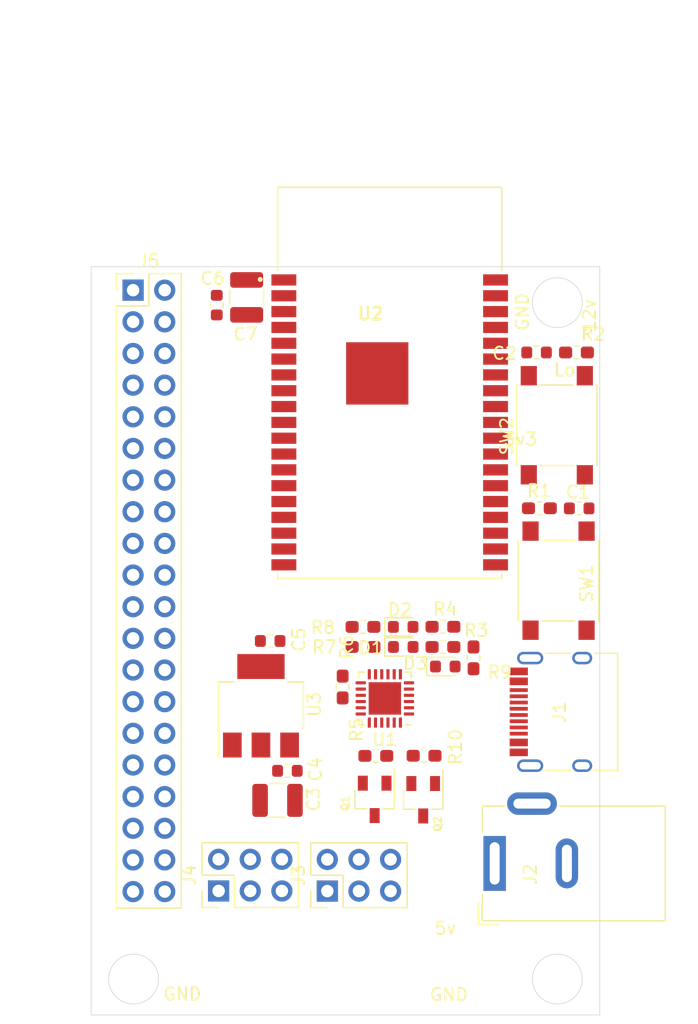
<source format=kicad_pcb>
(kicad_pcb (version 20171130) (host pcbnew "(5.1.9)-1")

  (general
    (thickness 1.6)
    (drawings 14)
    (tracks 1)
    (zones 0)
    (modules 32)
    (nets 97)
  )

  (page A4)
  (layers
    (0 F.Cu signal)
    (31 B.Cu signal)
    (32 B.Adhes user)
    (33 F.Adhes user)
    (34 B.Paste user)
    (35 F.Paste user)
    (36 B.SilkS user)
    (37 F.SilkS user)
    (38 B.Mask user)
    (39 F.Mask user)
    (40 Dwgs.User user hide)
    (41 Cmts.User user)
    (42 Eco1.User user)
    (43 Eco2.User user)
    (44 Edge.Cuts user)
    (45 Margin user)
    (46 B.CrtYd user)
    (47 F.CrtYd user)
    (48 B.Fab user)
    (49 F.Fab user)
  )

  (setup
    (last_trace_width 0.25)
    (user_trace_width 0.3)
    (user_trace_width 0.4)
    (user_trace_width 0.5)
    (user_trace_width 0.75)
    (user_trace_width 1)
    (user_trace_width 1.5)
    (trace_clearance 0.2)
    (zone_clearance 0)
    (zone_45_only no)
    (trace_min 0.2)
    (via_size 0.8)
    (via_drill 0.4)
    (via_min_size 0.4)
    (via_min_drill 0.3)
    (user_via 0.4 0.3)
    (uvia_size 0.3)
    (uvia_drill 0.1)
    (uvias_allowed no)
    (uvia_min_size 0.2)
    (uvia_min_drill 0.1)
    (edge_width 0.05)
    (segment_width 0.2)
    (pcb_text_width 0.3)
    (pcb_text_size 1.5 1.5)
    (mod_edge_width 0.12)
    (mod_text_size 1 1)
    (mod_text_width 0.15)
    (pad_size 1.524 1.524)
    (pad_drill 0.762)
    (pad_to_mask_clearance 0.051)
    (solder_mask_min_width 0.25)
    (aux_axis_origin 0 0)
    (visible_elements 7FFFFFFF)
    (pcbplotparams
      (layerselection 0x010fc_ffffffff)
      (usegerberextensions false)
      (usegerberattributes false)
      (usegerberadvancedattributes false)
      (creategerberjobfile false)
      (excludeedgelayer true)
      (linewidth 0.100000)
      (plotframeref false)
      (viasonmask false)
      (mode 1)
      (useauxorigin false)
      (hpglpennumber 1)
      (hpglpenspeed 20)
      (hpglpendiameter 15.000000)
      (psnegative false)
      (psa4output false)
      (plotreference true)
      (plotvalue true)
      (plotinvisibletext false)
      (padsonsilk false)
      (subtractmaskfromsilk false)
      (outputformat 1)
      (mirror false)
      (drillshape 0)
      (scaleselection 1)
      (outputdirectory "gerber/"))
  )

  (net 0 "")
  (net 1 GND)
  (net 2 EN)
  (net 3 IO0)
  (net 4 +5V)
  (net 5 +3V3)
  (net 6 TX0)
  (net 7 RX0)
  (net 8 "Net-(D3-Pad2)")
  (net 9 DTR)
  (net 10 RTS)
  (net 11 SU-)
  (net 12 39)
  (net 13 36)
  (net 14 35)
  (net 15 34)
  (net 16 33)
  (net 17 32)
  (net 18 27)
  (net 19 26)
  (net 20 25)
  (net 21 23)
  (net 22 22)
  (net 23 21)
  (net 24 19)
  (net 25 18)
  (net 26 15)
  (net 27 14)
  (net 28 13)
  (net 29 12)
  (net 30 5)
  (net 31 4)
  (net 32 2)
  (net 33 0)
  (net 34 CMD)
  (net 35 SD3)
  (net 36 SD2)
  (net 37 SD1)
  (net 38 SD0)
  (net 39 SCK)
  (net 40 "Net-(U1-Pad24)")
  (net 41 "Net-(U1-Pad22)")
  (net 42 "Net-(U1-Pad18)")
  (net 43 "Net-(U1-Pad17)")
  (net 44 "Net-(U1-Pad16)")
  (net 45 "Net-(U1-Pad14)")
  (net 46 "Net-(U1-Pad13)")
  (net 47 "Net-(U1-Pad12)")
  (net 48 "Net-(U1-Pad11)")
  (net 49 "Net-(U1-Pad10)")
  (net 50 "Net-(U1-Pad9)")
  (net 51 "Net-(U1-Pad6)")
  (net 52 "Net-(U1-Pad5)")
  (net 53 "Net-(U2-Pad24)")
  (net 54 "Net-(U2-Pad22)")
  (net 55 "Net-(U2-Pad18)")
  (net 56 "Net-(U2-Pad17)")
  (net 57 "Net-(U2-Pad16)")
  (net 58 "Net-(U2-Pad14)")
  (net 59 "Net-(U2-Pad13)")
  (net 60 "Net-(U2-Pad12)")
  (net 61 "Net-(U2-Pad11)")
  (net 62 "Net-(U2-Pad10)")
  (net 63 "Net-(U2-Pad9)")
  (net 64 "Net-(U2-Pad6)")
  (net 65 "Net-(U2-Pad5)")
  (net 66 "Net-(D1-Pad2)")
  (net 67 "Net-(D2-Pad2)")
  (net 68 "Net-(J1-PadB8)")
  (net 69 "Net-(J1-PadA5)")
  (net 70 "Net-(J1-PadA7)")
  (net 71 "Net-(J1-PadA6)")
  (net 72 "Net-(J1-PadA8)")
  (net 73 "Net-(J1-PadB5)")
  (net 74 "Net-(Q1-Pad1)")
  (net 75 "Net-(Q2-Pad1)")
  (net 76 "Net-(R7-Pad2)")
  (net 77 "Net-(R8-Pad2)")
  (net 78 "Net-(U1-Pad1)")
  (net 79 "Net-(U2-Pad37)")
  (net 80 "Net-(U2-Pad36)")
  (net 81 "Net-(U2-Pad35)")
  (net 82 "Net-(U2-Pad34)")
  (net 83 "Net-(U2-Pad33)")
  (net 84 "Net-(U2-Pad31)")
  (net 85 "Net-(U2-Pad30)")
  (net 86 "Net-(U2-Pad29)")
  (net 87 "Net-(U2-Pad26)")
  (net 88 "Net-(U2-Pad25)")
  (net 89 "Net-(U2-Pad23)")
  (net 90 "Net-(U2-Pad21)")
  (net 91 "Net-(U2-Pad20)")
  (net 92 "Net-(U2-Pad19)")
  (net 93 "Net-(U2-Pad8)")
  (net 94 "Net-(U2-Pad7)")
  (net 95 "Net-(U2-Pad4)")
  (net 96 "Net-(U2-Pad3)")

  (net_class Default "This is the default net class."
    (clearance 0.2)
    (trace_width 0.25)
    (via_dia 0.8)
    (via_drill 0.4)
    (uvia_dia 0.3)
    (uvia_drill 0.1)
    (add_net +3V3)
    (add_net +5V)
    (add_net 0)
    (add_net 12)
    (add_net 13)
    (add_net 14)
    (add_net 15)
    (add_net 18)
    (add_net 19)
    (add_net 2)
    (add_net 21)
    (add_net 22)
    (add_net 23)
    (add_net 25)
    (add_net 26)
    (add_net 27)
    (add_net 32)
    (add_net 33)
    (add_net 34)
    (add_net 35)
    (add_net 36)
    (add_net 39)
    (add_net 4)
    (add_net 5)
    (add_net CMD)
    (add_net DTR)
    (add_net EN)
    (add_net GND)
    (add_net IO0)
    (add_net "Net-(D1-Pad2)")
    (add_net "Net-(D2-Pad2)")
    (add_net "Net-(D3-Pad2)")
    (add_net "Net-(J1-PadA5)")
    (add_net "Net-(J1-PadA6)")
    (add_net "Net-(J1-PadA7)")
    (add_net "Net-(J1-PadA8)")
    (add_net "Net-(J1-PadB5)")
    (add_net "Net-(J1-PadB8)")
    (add_net "Net-(Q1-Pad1)")
    (add_net "Net-(Q2-Pad1)")
    (add_net "Net-(R7-Pad2)")
    (add_net "Net-(R8-Pad2)")
    (add_net "Net-(U1-Pad1)")
    (add_net "Net-(U1-Pad10)")
    (add_net "Net-(U1-Pad11)")
    (add_net "Net-(U1-Pad12)")
    (add_net "Net-(U1-Pad13)")
    (add_net "Net-(U1-Pad14)")
    (add_net "Net-(U1-Pad16)")
    (add_net "Net-(U1-Pad17)")
    (add_net "Net-(U1-Pad18)")
    (add_net "Net-(U1-Pad22)")
    (add_net "Net-(U1-Pad24)")
    (add_net "Net-(U1-Pad5)")
    (add_net "Net-(U1-Pad6)")
    (add_net "Net-(U1-Pad9)")
    (add_net "Net-(U2-Pad10)")
    (add_net "Net-(U2-Pad11)")
    (add_net "Net-(U2-Pad12)")
    (add_net "Net-(U2-Pad13)")
    (add_net "Net-(U2-Pad14)")
    (add_net "Net-(U2-Pad16)")
    (add_net "Net-(U2-Pad17)")
    (add_net "Net-(U2-Pad18)")
    (add_net "Net-(U2-Pad19)")
    (add_net "Net-(U2-Pad20)")
    (add_net "Net-(U2-Pad21)")
    (add_net "Net-(U2-Pad22)")
    (add_net "Net-(U2-Pad23)")
    (add_net "Net-(U2-Pad24)")
    (add_net "Net-(U2-Pad25)")
    (add_net "Net-(U2-Pad26)")
    (add_net "Net-(U2-Pad29)")
    (add_net "Net-(U2-Pad3)")
    (add_net "Net-(U2-Pad30)")
    (add_net "Net-(U2-Pad31)")
    (add_net "Net-(U2-Pad33)")
    (add_net "Net-(U2-Pad34)")
    (add_net "Net-(U2-Pad35)")
    (add_net "Net-(U2-Pad36)")
    (add_net "Net-(U2-Pad37)")
    (add_net "Net-(U2-Pad4)")
    (add_net "Net-(U2-Pad5)")
    (add_net "Net-(U2-Pad6)")
    (add_net "Net-(U2-Pad7)")
    (add_net "Net-(U2-Pad8)")
    (add_net "Net-(U2-Pad9)")
    (add_net RTS)
    (add_net RX0)
    (add_net SCK)
    (add_net SD0)
    (add_net SD1)
    (add_net SD2)
    (add_net SD3)
    (add_net SU-)
    (add_net TX0)
  )

  (module Connector_PinHeader_2.54mm:PinHeader_2x20_P2.54mm_Vertical (layer F.Cu) (tedit 59FED5CC) (tstamp 6097CB5A)
    (at 54.35 45.88)
    (descr "Through hole straight pin header, 2x20, 2.54mm pitch, double rows")
    (tags "Through hole pin header THT 2x20 2.54mm double row")
    (path /60A7A759)
    (fp_text reference J5 (at 1.27 -2.33) (layer F.SilkS)
      (effects (font (size 1 1) (thickness 0.15)))
    )
    (fp_text value Conn_02x20_Counter_Clockwise (at 1.27 50.59) (layer F.Fab)
      (effects (font (size 1 1) (thickness 0.15)))
    )
    (fp_line (start 4.35 -1.8) (end -1.8 -1.8) (layer F.CrtYd) (width 0.05))
    (fp_line (start 4.35 50.05) (end 4.35 -1.8) (layer F.CrtYd) (width 0.05))
    (fp_line (start -1.8 50.05) (end 4.35 50.05) (layer F.CrtYd) (width 0.05))
    (fp_line (start -1.8 -1.8) (end -1.8 50.05) (layer F.CrtYd) (width 0.05))
    (fp_line (start -1.33 -1.33) (end 0 -1.33) (layer F.SilkS) (width 0.12))
    (fp_line (start -1.33 0) (end -1.33 -1.33) (layer F.SilkS) (width 0.12))
    (fp_line (start 1.27 -1.33) (end 3.87 -1.33) (layer F.SilkS) (width 0.12))
    (fp_line (start 1.27 1.27) (end 1.27 -1.33) (layer F.SilkS) (width 0.12))
    (fp_line (start -1.33 1.27) (end 1.27 1.27) (layer F.SilkS) (width 0.12))
    (fp_line (start 3.87 -1.33) (end 3.87 49.59) (layer F.SilkS) (width 0.12))
    (fp_line (start -1.33 1.27) (end -1.33 49.59) (layer F.SilkS) (width 0.12))
    (fp_line (start -1.33 49.59) (end 3.87 49.59) (layer F.SilkS) (width 0.12))
    (fp_line (start -1.27 0) (end 0 -1.27) (layer F.Fab) (width 0.1))
    (fp_line (start -1.27 49.53) (end -1.27 0) (layer F.Fab) (width 0.1))
    (fp_line (start 3.81 49.53) (end -1.27 49.53) (layer F.Fab) (width 0.1))
    (fp_line (start 3.81 -1.27) (end 3.81 49.53) (layer F.Fab) (width 0.1))
    (fp_line (start 0 -1.27) (end 3.81 -1.27) (layer F.Fab) (width 0.1))
    (fp_text user %R (at 1.27 24.13 90) (layer F.Fab)
      (effects (font (size 1 1) (thickness 0.15)))
    )
    (pad 40 thru_hole oval (at 2.54 48.26) (size 1.7 1.7) (drill 1) (layers *.Cu *.Mask)
      (net 4 +5V))
    (pad 39 thru_hole oval (at 0 48.26) (size 1.7 1.7) (drill 1) (layers *.Cu *.Mask)
      (net 5 +3V3))
    (pad 38 thru_hole oval (at 2.54 45.72) (size 1.7 1.7) (drill 1) (layers *.Cu *.Mask)
      (net 1 GND))
    (pad 37 thru_hole oval (at 0 45.72) (size 1.7 1.7) (drill 1) (layers *.Cu *.Mask)
      (net 1 GND))
    (pad 36 thru_hole oval (at 2.54 43.18) (size 1.7 1.7) (drill 1) (layers *.Cu *.Mask)
      (net 12 39))
    (pad 35 thru_hole oval (at 0 43.18) (size 1.7 1.7) (drill 1) (layers *.Cu *.Mask)
      (net 13 36))
    (pad 34 thru_hole oval (at 2.54 40.64) (size 1.7 1.7) (drill 1) (layers *.Cu *.Mask)
      (net 14 35))
    (pad 33 thru_hole oval (at 0 40.64) (size 1.7 1.7) (drill 1) (layers *.Cu *.Mask)
      (net 15 34))
    (pad 32 thru_hole oval (at 2.54 38.1) (size 1.7 1.7) (drill 1) (layers *.Cu *.Mask)
      (net 16 33))
    (pad 31 thru_hole oval (at 0 38.1) (size 1.7 1.7) (drill 1) (layers *.Cu *.Mask)
      (net 17 32))
    (pad 30 thru_hole oval (at 2.54 35.56) (size 1.7 1.7) (drill 1) (layers *.Cu *.Mask)
      (net 18 27))
    (pad 29 thru_hole oval (at 0 35.56) (size 1.7 1.7) (drill 1) (layers *.Cu *.Mask)
      (net 19 26))
    (pad 28 thru_hole oval (at 2.54 33.02) (size 1.7 1.7) (drill 1) (layers *.Cu *.Mask)
      (net 20 25))
    (pad 27 thru_hole oval (at 0 33.02) (size 1.7 1.7) (drill 1) (layers *.Cu *.Mask)
      (net 21 23))
    (pad 26 thru_hole oval (at 2.54 30.48) (size 1.7 1.7) (drill 1) (layers *.Cu *.Mask)
      (net 22 22))
    (pad 25 thru_hole oval (at 0 30.48) (size 1.7 1.7) (drill 1) (layers *.Cu *.Mask)
      (net 23 21))
    (pad 24 thru_hole oval (at 2.54 27.94) (size 1.7 1.7) (drill 1) (layers *.Cu *.Mask)
      (net 24 19))
    (pad 23 thru_hole oval (at 0 27.94) (size 1.7 1.7) (drill 1) (layers *.Cu *.Mask)
      (net 25 18))
    (pad 22 thru_hole oval (at 2.54 25.4) (size 1.7 1.7) (drill 1) (layers *.Cu *.Mask)
      (net 26 15))
    (pad 21 thru_hole oval (at 0 25.4) (size 1.7 1.7) (drill 1) (layers *.Cu *.Mask)
      (net 27 14))
    (pad 20 thru_hole oval (at 2.54 22.86) (size 1.7 1.7) (drill 1) (layers *.Cu *.Mask)
      (net 28 13))
    (pad 19 thru_hole oval (at 0 22.86) (size 1.7 1.7) (drill 1) (layers *.Cu *.Mask)
      (net 29 12))
    (pad 18 thru_hole oval (at 2.54 20.32) (size 1.7 1.7) (drill 1) (layers *.Cu *.Mask)
      (net 30 5))
    (pad 17 thru_hole oval (at 0 20.32) (size 1.7 1.7) (drill 1) (layers *.Cu *.Mask)
      (net 31 4))
    (pad 16 thru_hole oval (at 2.54 17.78) (size 1.7 1.7) (drill 1) (layers *.Cu *.Mask)
      (net 32 2))
    (pad 15 thru_hole oval (at 0 17.78) (size 1.7 1.7) (drill 1) (layers *.Cu *.Mask)
      (net 33 0))
    (pad 14 thru_hole oval (at 2.54 15.24) (size 1.7 1.7) (drill 1) (layers *.Cu *.Mask)
      (net 1 GND))
    (pad 13 thru_hole oval (at 0 15.24) (size 1.7 1.7) (drill 1) (layers *.Cu *.Mask)
      (net 5 +3V3))
    (pad 12 thru_hole oval (at 2.54 12.7) (size 1.7 1.7) (drill 1) (layers *.Cu *.Mask)
      (net 34 CMD))
    (pad 11 thru_hole oval (at 0 12.7) (size 1.7 1.7) (drill 1) (layers *.Cu *.Mask)
      (net 35 SD3))
    (pad 10 thru_hole oval (at 2.54 10.16) (size 1.7 1.7) (drill 1) (layers *.Cu *.Mask)
      (net 36 SD2))
    (pad 9 thru_hole oval (at 0 10.16) (size 1.7 1.7) (drill 1) (layers *.Cu *.Mask)
      (net 37 SD1))
    (pad 8 thru_hole oval (at 2.54 7.62) (size 1.7 1.7) (drill 1) (layers *.Cu *.Mask)
      (net 38 SD0))
    (pad 7 thru_hole oval (at 0 7.62) (size 1.7 1.7) (drill 1) (layers *.Cu *.Mask)
      (net 39 SCK))
    (pad 6 thru_hole oval (at 2.54 5.08) (size 1.7 1.7) (drill 1) (layers *.Cu *.Mask)
      (net 1 GND))
    (pad 5 thru_hole oval (at 0 5.08) (size 1.7 1.7) (drill 1) (layers *.Cu *.Mask)
      (net 5 +3V3))
    (pad 4 thru_hole oval (at 2.54 2.54) (size 1.7 1.7) (drill 1) (layers *.Cu *.Mask)
      (net 4 +5V))
    (pad 3 thru_hole oval (at 0 2.54) (size 1.7 1.7) (drill 1) (layers *.Cu *.Mask)
      (net 6 TX0))
    (pad 2 thru_hole oval (at 2.54 0) (size 1.7 1.7) (drill 1) (layers *.Cu *.Mask)
      (net 7 RX0))
    (pad 1 thru_hole rect (at 0 0) (size 1.7 1.7) (drill 1) (layers *.Cu *.Mask)
      (net 2 EN))
    (model ${KISYS3DMOD}/Connector_PinHeader_2.54mm.3dshapes/PinHeader_2x20_P2.54mm_Vertical.wrl
      (at (xyz 0 0 0))
      (scale (xyz 1 1 1))
      (rotate (xyz 0 0 0))
    )
  )

  (module Connector_PinHeader_2.54mm:PinHeader_2x03_P2.54mm_Vertical (layer F.Cu) (tedit 59FED5CC) (tstamp 6096EE65)
    (at 61.22 94.09 90)
    (descr "Through hole straight pin header, 2x03, 2.54mm pitch, double rows")
    (tags "Through hole pin header THT 2x03 2.54mm double row")
    (path /5EFD4789)
    (fp_text reference J4 (at 1.27 -2.33 90) (layer F.SilkS)
      (effects (font (size 1 1) (thickness 0.15)))
    )
    (fp_text value Conn_02x03_Counter_Clockwise (at 1.27 7.41 90) (layer F.Fab)
      (effects (font (size 1 1) (thickness 0.15)))
    )
    (fp_line (start 4.35 -1.8) (end -1.8 -1.8) (layer F.CrtYd) (width 0.05))
    (fp_line (start 4.35 6.85) (end 4.35 -1.8) (layer F.CrtYd) (width 0.05))
    (fp_line (start -1.8 6.85) (end 4.35 6.85) (layer F.CrtYd) (width 0.05))
    (fp_line (start -1.8 -1.8) (end -1.8 6.85) (layer F.CrtYd) (width 0.05))
    (fp_line (start -1.33 -1.33) (end 0 -1.33) (layer F.SilkS) (width 0.12))
    (fp_line (start -1.33 0) (end -1.33 -1.33) (layer F.SilkS) (width 0.12))
    (fp_line (start 1.27 -1.33) (end 3.87 -1.33) (layer F.SilkS) (width 0.12))
    (fp_line (start 1.27 1.27) (end 1.27 -1.33) (layer F.SilkS) (width 0.12))
    (fp_line (start -1.33 1.27) (end 1.27 1.27) (layer F.SilkS) (width 0.12))
    (fp_line (start 3.87 -1.33) (end 3.87 6.41) (layer F.SilkS) (width 0.12))
    (fp_line (start -1.33 1.27) (end -1.33 6.41) (layer F.SilkS) (width 0.12))
    (fp_line (start -1.33 6.41) (end 3.87 6.41) (layer F.SilkS) (width 0.12))
    (fp_line (start -1.27 0) (end 0 -1.27) (layer F.Fab) (width 0.1))
    (fp_line (start -1.27 6.35) (end -1.27 0) (layer F.Fab) (width 0.1))
    (fp_line (start 3.81 6.35) (end -1.27 6.35) (layer F.Fab) (width 0.1))
    (fp_line (start 3.81 -1.27) (end 3.81 6.35) (layer F.Fab) (width 0.1))
    (fp_line (start 0 -1.27) (end 3.81 -1.27) (layer F.Fab) (width 0.1))
    (fp_text user %R (at 1.27 2.54) (layer F.Fab)
      (effects (font (size 1 1) (thickness 0.15)))
    )
    (pad 6 thru_hole oval (at 2.54 5.08 90) (size 1.7 1.7) (drill 1) (layers *.Cu *.Mask)
      (net 1 GND))
    (pad 5 thru_hole oval (at 0 5.08 90) (size 1.7 1.7) (drill 1) (layers *.Cu *.Mask)
      (net 5 +3V3))
    (pad 4 thru_hole oval (at 2.54 2.54 90) (size 1.7 1.7) (drill 1) (layers *.Cu *.Mask)
      (net 1 GND))
    (pad 3 thru_hole oval (at 0 2.54 90) (size 1.7 1.7) (drill 1) (layers *.Cu *.Mask)
      (net 5 +3V3))
    (pad 2 thru_hole oval (at 2.54 0 90) (size 1.7 1.7) (drill 1) (layers *.Cu *.Mask)
      (net 1 GND))
    (pad 1 thru_hole rect (at 0 0 90) (size 1.7 1.7) (drill 1) (layers *.Cu *.Mask)
      (net 5 +3V3))
    (model ${KISYS3DMOD}/Connector_PinHeader_2.54mm.3dshapes/PinHeader_2x03_P2.54mm_Vertical.wrl
      (at (xyz 0 0 0))
      (scale (xyz 1 1 1))
      (rotate (xyz 0 0 0))
    )
  )

  (module Connector_PinHeader_2.54mm:PinHeader_2x03_P2.54mm_Vertical (layer F.Cu) (tedit 59FED5CC) (tstamp 6096EE49)
    (at 69.95 94.1 90)
    (descr "Through hole straight pin header, 2x03, 2.54mm pitch, double rows")
    (tags "Through hole pin header THT 2x03 2.54mm double row")
    (path /5EFCFDC1)
    (fp_text reference J3 (at 1.27 -2.33 90) (layer F.SilkS)
      (effects (font (size 1 1) (thickness 0.15)))
    )
    (fp_text value Conn_02x03_Counter_Clockwise (at 1.27 7.41 90) (layer F.Fab)
      (effects (font (size 1 1) (thickness 0.15)))
    )
    (fp_line (start 4.35 -1.8) (end -1.8 -1.8) (layer F.CrtYd) (width 0.05))
    (fp_line (start 4.35 6.85) (end 4.35 -1.8) (layer F.CrtYd) (width 0.05))
    (fp_line (start -1.8 6.85) (end 4.35 6.85) (layer F.CrtYd) (width 0.05))
    (fp_line (start -1.8 -1.8) (end -1.8 6.85) (layer F.CrtYd) (width 0.05))
    (fp_line (start -1.33 -1.33) (end 0 -1.33) (layer F.SilkS) (width 0.12))
    (fp_line (start -1.33 0) (end -1.33 -1.33) (layer F.SilkS) (width 0.12))
    (fp_line (start 1.27 -1.33) (end 3.87 -1.33) (layer F.SilkS) (width 0.12))
    (fp_line (start 1.27 1.27) (end 1.27 -1.33) (layer F.SilkS) (width 0.12))
    (fp_line (start -1.33 1.27) (end 1.27 1.27) (layer F.SilkS) (width 0.12))
    (fp_line (start 3.87 -1.33) (end 3.87 6.41) (layer F.SilkS) (width 0.12))
    (fp_line (start -1.33 1.27) (end -1.33 6.41) (layer F.SilkS) (width 0.12))
    (fp_line (start -1.33 6.41) (end 3.87 6.41) (layer F.SilkS) (width 0.12))
    (fp_line (start -1.27 0) (end 0 -1.27) (layer F.Fab) (width 0.1))
    (fp_line (start -1.27 6.35) (end -1.27 0) (layer F.Fab) (width 0.1))
    (fp_line (start 3.81 6.35) (end -1.27 6.35) (layer F.Fab) (width 0.1))
    (fp_line (start 3.81 -1.27) (end 3.81 6.35) (layer F.Fab) (width 0.1))
    (fp_line (start 0 -1.27) (end 3.81 -1.27) (layer F.Fab) (width 0.1))
    (fp_text user %R (at 1.27 2.54) (layer F.Fab)
      (effects (font (size 1 1) (thickness 0.15)))
    )
    (pad 6 thru_hole oval (at 2.54 5.08 90) (size 1.7 1.7) (drill 1) (layers *.Cu *.Mask)
      (net 1 GND))
    (pad 5 thru_hole oval (at 0 5.08 90) (size 1.7 1.7) (drill 1) (layers *.Cu *.Mask)
      (net 4 +5V))
    (pad 4 thru_hole oval (at 2.54 2.54 90) (size 1.7 1.7) (drill 1) (layers *.Cu *.Mask)
      (net 1 GND))
    (pad 3 thru_hole oval (at 0 2.54 90) (size 1.7 1.7) (drill 1) (layers *.Cu *.Mask)
      (net 4 +5V))
    (pad 2 thru_hole oval (at 2.54 0 90) (size 1.7 1.7) (drill 1) (layers *.Cu *.Mask)
      (net 1 GND))
    (pad 1 thru_hole rect (at 0 0 90) (size 1.7 1.7) (drill 1) (layers *.Cu *.Mask)
      (net 4 +5V))
    (model ${KISYS3DMOD}/Connector_PinHeader_2.54mm.3dshapes/PinHeader_2x03_P2.54mm_Vertical.wrl
      (at (xyz 0 0 0))
      (scale (xyz 1 1 1))
      (rotate (xyz 0 0 0))
    )
  )

  (module Connector_USB:USB_C_Receptacle_HRO_TYPE-C-31-M-12 (layer F.Cu) (tedit 5D3C0721) (tstamp 5EF5A66E)
    (at 89.37 79.72 90)
    (descr "USB Type-C receptacle for USB 2.0 and PD, http://www.krhro.com/uploads/soft/180320/1-1P320120243.pdf")
    (tags "usb usb-c 2.0 pd")
    (path /5EF61382)
    (attr smd)
    (fp_text reference J1 (at -0.03 -0.79 90) (layer F.SilkS)
      (effects (font (size 1 1) (thickness 0.15)))
    )
    (fp_text value USB_C_Receptacle_USB2.0 (at 0 5.1 90) (layer F.Fab)
      (effects (font (size 1 1) (thickness 0.15)))
    )
    (fp_line (start -4.7 3.9) (end 4.7 3.9) (layer F.SilkS) (width 0.12))
    (fp_line (start -4.47 -3.65) (end 4.47 -3.65) (layer F.Fab) (width 0.1))
    (fp_line (start -4.47 -3.65) (end -4.47 3.65) (layer F.Fab) (width 0.1))
    (fp_line (start -4.47 3.65) (end 4.47 3.65) (layer F.Fab) (width 0.1))
    (fp_line (start 4.47 -3.65) (end 4.47 3.65) (layer F.Fab) (width 0.1))
    (fp_line (start -5.32 -5.27) (end 5.32 -5.27) (layer F.CrtYd) (width 0.05))
    (fp_line (start -5.32 4.15) (end 5.32 4.15) (layer F.CrtYd) (width 0.05))
    (fp_line (start -5.32 -5.27) (end -5.32 4.15) (layer F.CrtYd) (width 0.05))
    (fp_line (start 5.32 -5.27) (end 5.32 4.15) (layer F.CrtYd) (width 0.05))
    (fp_line (start 4.7 -1.9) (end 4.7 0.1) (layer F.SilkS) (width 0.12))
    (fp_line (start 4.7 2) (end 4.7 3.9) (layer F.SilkS) (width 0.12))
    (fp_line (start -4.7 -1.9) (end -4.7 0.1) (layer F.SilkS) (width 0.12))
    (fp_line (start -4.7 2) (end -4.7 3.9) (layer F.SilkS) (width 0.12))
    (fp_text user %R (at 0 0 90) (layer F.Fab)
      (effects (font (size 1 1) (thickness 0.15)))
    )
    (pad B1 smd rect (at 3.25 -4.045 90) (size 0.6 1.45) (layers F.Cu F.Paste F.Mask)
      (net 1 GND))
    (pad A9 smd rect (at 2.45 -4.045 90) (size 0.6 1.45) (layers F.Cu F.Paste F.Mask)
      (net 4 +5V))
    (pad B9 smd rect (at -2.45 -4.045 90) (size 0.6 1.45) (layers F.Cu F.Paste F.Mask)
      (net 4 +5V))
    (pad B12 smd rect (at -3.25 -4.045 90) (size 0.6 1.45) (layers F.Cu F.Paste F.Mask)
      (net 1 GND))
    (pad A1 smd rect (at -3.25 -4.045 90) (size 0.6 1.45) (layers F.Cu F.Paste F.Mask)
      (net 1 GND))
    (pad A4 smd rect (at -2.45 -4.045 90) (size 0.6 1.45) (layers F.Cu F.Paste F.Mask)
      (net 4 +5V))
    (pad B4 smd rect (at 2.45 -4.045 90) (size 0.6 1.45) (layers F.Cu F.Paste F.Mask)
      (net 4 +5V))
    (pad A12 smd rect (at 3.25 -4.045 90) (size 0.6 1.45) (layers F.Cu F.Paste F.Mask)
      (net 1 GND))
    (pad B8 smd rect (at -1.75 -4.045 90) (size 0.3 1.45) (layers F.Cu F.Paste F.Mask)
      (net 68 "Net-(J1-PadB8)"))
    (pad A5 smd rect (at -1.25 -4.045 90) (size 0.3 1.45) (layers F.Cu F.Paste F.Mask)
      (net 69 "Net-(J1-PadA5)"))
    (pad B7 smd rect (at -0.75 -4.045 90) (size 0.3 1.45) (layers F.Cu F.Paste F.Mask)
      (net 70 "Net-(J1-PadA7)"))
    (pad A7 smd rect (at 0.25 -4.045 90) (size 0.3 1.45) (layers F.Cu F.Paste F.Mask)
      (net 70 "Net-(J1-PadA7)"))
    (pad B6 smd rect (at 0.75 -4.045 90) (size 0.3 1.45) (layers F.Cu F.Paste F.Mask)
      (net 71 "Net-(J1-PadA6)"))
    (pad A8 smd rect (at 1.25 -4.045 90) (size 0.3 1.45) (layers F.Cu F.Paste F.Mask)
      (net 72 "Net-(J1-PadA8)"))
    (pad B5 smd rect (at 1.75 -4.045 90) (size 0.3 1.45) (layers F.Cu F.Paste F.Mask)
      (net 73 "Net-(J1-PadB5)"))
    (pad A6 smd rect (at -0.25 -4.045 90) (size 0.3 1.45) (layers F.Cu F.Paste F.Mask)
      (net 71 "Net-(J1-PadA6)"))
    (pad S1 thru_hole oval (at 4.32 -3.13 90) (size 1 2.1) (drill oval 0.6 1.7) (layers *.Cu *.Mask)
      (net 1 GND))
    (pad S1 thru_hole oval (at -4.32 -3.13 90) (size 1 2.1) (drill oval 0.6 1.7) (layers *.Cu *.Mask)
      (net 1 GND))
    (pad "" np_thru_hole circle (at -2.89 -2.6 90) (size 0.65 0.65) (drill 0.65) (layers *.Cu *.Mask))
    (pad S1 thru_hole oval (at -4.32 1.05 90) (size 1 1.6) (drill oval 0.6 1.2) (layers *.Cu *.Mask)
      (net 1 GND))
    (pad "" np_thru_hole circle (at 2.89 -2.6 90) (size 0.65 0.65) (drill 0.65) (layers *.Cu *.Mask))
    (pad S1 thru_hole oval (at 4.32 1.05 90) (size 1 1.6) (drill oval 0.6 1.2) (layers *.Cu *.Mask)
      (net 1 GND))
    (model "/home/thuan/Type-C.pretty/HRO  TYPE-C-31-M-12.step"
      (offset (xyz -4.5 -3.5 0))
      (scale (xyz 1 1 1))
      (rotate (xyz -90 0 0))
    )
    (model ${KIPRJMOD}/kicad-library/3D/USB_TYPE_C.step
      (offset (xyz 0 3.5 1.5))
      (scale (xyz 1 1 1))
      (rotate (xyz 0 180 180))
    )
  )

  (module Package_DFN_QFN:QFN-24-1EP_4x4mm_P0.5mm_EP2.6x2.6mm (layer F.Cu) (tedit 5DC5F6A3) (tstamp 609690A0)
    (at 74.57 78.64 180)
    (descr "QFN, 24 Pin (http://ww1.microchip.com/downloads/en/PackagingSpec/00000049BQ.pdf#page=278), generated with kicad-footprint-generator ipc_noLead_generator.py")
    (tags "QFN NoLead")
    (path /6096532F)
    (attr smd)
    (fp_text reference U1 (at 0 -3.3) (layer F.SilkS)
      (effects (font (size 1 1) (thickness 0.15)))
    )
    (fp_text value CP2104 (at 0 3.3) (layer F.Fab)
      (effects (font (size 1 1) (thickness 0.15)))
    )
    (fp_line (start 2.6 -2.6) (end -2.6 -2.6) (layer F.CrtYd) (width 0.05))
    (fp_line (start 2.6 2.6) (end 2.6 -2.6) (layer F.CrtYd) (width 0.05))
    (fp_line (start -2.6 2.6) (end 2.6 2.6) (layer F.CrtYd) (width 0.05))
    (fp_line (start -2.6 -2.6) (end -2.6 2.6) (layer F.CrtYd) (width 0.05))
    (fp_line (start -2 -1) (end -1 -2) (layer F.Fab) (width 0.1))
    (fp_line (start -2 2) (end -2 -1) (layer F.Fab) (width 0.1))
    (fp_line (start 2 2) (end -2 2) (layer F.Fab) (width 0.1))
    (fp_line (start 2 -2) (end 2 2) (layer F.Fab) (width 0.1))
    (fp_line (start -1 -2) (end 2 -2) (layer F.Fab) (width 0.1))
    (fp_line (start -1.635 -2.11) (end -2.11 -2.11) (layer F.SilkS) (width 0.12))
    (fp_line (start 2.11 2.11) (end 2.11 1.635) (layer F.SilkS) (width 0.12))
    (fp_line (start 1.635 2.11) (end 2.11 2.11) (layer F.SilkS) (width 0.12))
    (fp_line (start -2.11 2.11) (end -2.11 1.635) (layer F.SilkS) (width 0.12))
    (fp_line (start -1.635 2.11) (end -2.11 2.11) (layer F.SilkS) (width 0.12))
    (fp_line (start 2.11 -2.11) (end 2.11 -1.635) (layer F.SilkS) (width 0.12))
    (fp_line (start 1.635 -2.11) (end 2.11 -2.11) (layer F.SilkS) (width 0.12))
    (fp_text user %R (at 0 0) (layer F.Fab)
      (effects (font (size 1 1) (thickness 0.15)))
    )
    (pad "" smd roundrect (at 0.65 0.65 180) (size 1.05 1.05) (layers F.Paste) (roundrect_rratio 0.238095))
    (pad "" smd roundrect (at 0.65 -0.65 180) (size 1.05 1.05) (layers F.Paste) (roundrect_rratio 0.238095))
    (pad "" smd roundrect (at -0.65 0.65 180) (size 1.05 1.05) (layers F.Paste) (roundrect_rratio 0.238095))
    (pad "" smd roundrect (at -0.65 -0.65 180) (size 1.05 1.05) (layers F.Paste) (roundrect_rratio 0.238095))
    (pad 25 smd rect (at 0 0 180) (size 2.6 2.6) (layers F.Cu F.Mask)
      (net 1 GND))
    (pad 24 smd roundrect (at -1.25 -1.9375 180) (size 0.25 0.825) (layers F.Cu F.Paste F.Mask) (roundrect_rratio 0.25)
      (net 40 "Net-(U1-Pad24)"))
    (pad 23 smd roundrect (at -0.75 -1.9375 180) (size 0.25 0.825) (layers F.Cu F.Paste F.Mask) (roundrect_rratio 0.25)
      (net 9 DTR))
    (pad 22 smd roundrect (at -0.25 -1.9375 180) (size 0.25 0.825) (layers F.Cu F.Paste F.Mask) (roundrect_rratio 0.25)
      (net 41 "Net-(U1-Pad22)"))
    (pad 21 smd roundrect (at 0.25 -1.9375 180) (size 0.25 0.825) (layers F.Cu F.Paste F.Mask) (roundrect_rratio 0.25)
      (net 76 "Net-(R7-Pad2)"))
    (pad 20 smd roundrect (at 0.75 -1.9375 180) (size 0.25 0.825) (layers F.Cu F.Paste F.Mask) (roundrect_rratio 0.25)
      (net 77 "Net-(R8-Pad2)"))
    (pad 19 smd roundrect (at 1.25 -1.9375 180) (size 0.25 0.825) (layers F.Cu F.Paste F.Mask) (roundrect_rratio 0.25)
      (net 10 RTS))
    (pad 18 smd roundrect (at 1.9375 -1.25 180) (size 0.825 0.25) (layers F.Cu F.Paste F.Mask) (roundrect_rratio 0.25)
      (net 42 "Net-(U1-Pad18)"))
    (pad 17 smd roundrect (at 1.9375 -0.75 180) (size 0.825 0.25) (layers F.Cu F.Paste F.Mask) (roundrect_rratio 0.25)
      (net 43 "Net-(U1-Pad17)"))
    (pad 16 smd roundrect (at 1.9375 -0.25 180) (size 0.825 0.25) (layers F.Cu F.Paste F.Mask) (roundrect_rratio 0.25)
      (net 44 "Net-(U1-Pad16)"))
    (pad 15 smd roundrect (at 1.9375 0.25 180) (size 0.825 0.25) (layers F.Cu F.Paste F.Mask) (roundrect_rratio 0.25)
      (net 11 SU-))
    (pad 14 smd roundrect (at 1.9375 0.75 180) (size 0.825 0.25) (layers F.Cu F.Paste F.Mask) (roundrect_rratio 0.25)
      (net 45 "Net-(U1-Pad14)"))
    (pad 13 smd roundrect (at 1.9375 1.25 180) (size 0.825 0.25) (layers F.Cu F.Paste F.Mask) (roundrect_rratio 0.25)
      (net 46 "Net-(U1-Pad13)"))
    (pad 12 smd roundrect (at 1.25 1.9375 180) (size 0.25 0.825) (layers F.Cu F.Paste F.Mask) (roundrect_rratio 0.25)
      (net 47 "Net-(U1-Pad12)"))
    (pad 11 smd roundrect (at 0.75 1.9375 180) (size 0.25 0.825) (layers F.Cu F.Paste F.Mask) (roundrect_rratio 0.25)
      (net 48 "Net-(U1-Pad11)"))
    (pad 10 smd roundrect (at 0.25 1.9375 180) (size 0.25 0.825) (layers F.Cu F.Paste F.Mask) (roundrect_rratio 0.25)
      (net 49 "Net-(U1-Pad10)"))
    (pad 9 smd roundrect (at -0.25 1.9375 180) (size 0.25 0.825) (layers F.Cu F.Paste F.Mask) (roundrect_rratio 0.25)
      (net 50 "Net-(U1-Pad9)"))
    (pad 8 smd roundrect (at -0.75 1.9375 180) (size 0.25 0.825) (layers F.Cu F.Paste F.Mask) (roundrect_rratio 0.25)
      (net 4 +5V))
    (pad 7 smd roundrect (at -1.25 1.9375 180) (size 0.25 0.825) (layers F.Cu F.Paste F.Mask) (roundrect_rratio 0.25)
      (net 4 +5V))
    (pad 6 smd roundrect (at -1.9375 1.25 180) (size 0.825 0.25) (layers F.Cu F.Paste F.Mask) (roundrect_rratio 0.25)
      (net 51 "Net-(U1-Pad6)"))
    (pad 5 smd roundrect (at -1.9375 0.75 180) (size 0.825 0.25) (layers F.Cu F.Paste F.Mask) (roundrect_rratio 0.25)
      (net 52 "Net-(U1-Pad5)"))
    (pad 4 smd roundrect (at -1.9375 0.25 180) (size 0.825 0.25) (layers F.Cu F.Paste F.Mask) (roundrect_rratio 0.25)
      (net 70 "Net-(J1-PadA7)"))
    (pad 3 smd roundrect (at -1.9375 -0.25 180) (size 0.825 0.25) (layers F.Cu F.Paste F.Mask) (roundrect_rratio 0.25)
      (net 71 "Net-(J1-PadA6)"))
    (pad 2 smd roundrect (at -1.9375 -0.75 180) (size 0.825 0.25) (layers F.Cu F.Paste F.Mask) (roundrect_rratio 0.25)
      (net 1 GND))
    (pad 1 smd roundrect (at -1.9375 -1.25 180) (size 0.825 0.25) (layers F.Cu F.Paste F.Mask) (roundrect_rratio 0.25)
      (net 78 "Net-(U1-Pad1)"))
    (model ${KISYS3DMOD}/Package_DFN_QFN.3dshapes/QFN-24-1EP_4x4mm_P0.5mm_EP2.6x2.6mm.wrl
      (at (xyz 0 0 0))
      (scale (xyz 1 1 1))
      (rotate (xyz 0 0 0))
    )
  )

  (module footprints:SOT-23_standar (layer F.Cu) (tedit 58DB47B0) (tstamp 5EC2C362)
    (at 73.75 86.74 270)
    (descr "SOT-23, Handsoldering")
    (tags SOT-23)
    (path /5ED37D33)
    (attr smd)
    (fp_text reference Q1 (at 0.32 2.36 270) (layer F.SilkS)
      (effects (font (size 0.6 0.6) (thickness 0.15)))
    )
    (fp_text value Q_NPN_BCE (at 0 2.5 90) (layer F.Fab) hide
      (effects (font (size 1 1) (thickness 0.15)))
    )
    (fp_line (start 0.76 1.58) (end -0.7 1.58) (layer F.SilkS) (width 0.12))
    (fp_line (start -0.7 1.52) (end 0.7 1.52) (layer F.Fab) (width 0.1))
    (fp_line (start 0.7 -1.52) (end 0.7 1.52) (layer F.Fab) (width 0.1))
    (fp_line (start -0.7 -0.95) (end -0.15 -1.52) (layer F.Fab) (width 0.1))
    (fp_line (start -0.15 -1.52) (end 0.7 -1.52) (layer F.Fab) (width 0.1))
    (fp_line (start -0.7 -0.95) (end -0.7 1.5) (layer F.Fab) (width 0.1))
    (fp_line (start 0.76 -1.58) (end -2.4 -1.58) (layer F.SilkS) (width 0.12))
    (fp_line (start -2.7 1.75) (end -2.7 -1.75) (layer F.CrtYd) (width 0.05))
    (fp_line (start 2.7 1.75) (end -2.7 1.75) (layer F.CrtYd) (width 0.05))
    (fp_line (start 2.7 -1.75) (end 2.7 1.75) (layer F.CrtYd) (width 0.05))
    (fp_line (start -2.7 -1.75) (end 2.7 -1.75) (layer F.CrtYd) (width 0.05))
    (fp_line (start 0.76 -1.58) (end 0.76 -0.65) (layer F.SilkS) (width 0.12))
    (fp_line (start 0.76 1.58) (end 0.76 0.65) (layer F.SilkS) (width 0.12))
    (pad 3 smd rect (at 1.3 0 270) (size 1.2 0.8) (layers F.Cu F.Paste F.Mask)
      (net 9 DTR))
    (pad 2 smd rect (at -1.3 0.95 270) (size 1.2 0.8) (layers F.Cu F.Paste F.Mask)
      (net 3 IO0))
    (pad 1 smd rect (at -1.3 -0.95 270) (size 1.2 0.8) (layers F.Cu F.Paste F.Mask)
      (net 74 "Net-(Q1-Pad1)"))
    (model ${KISYS3DMOD}/Package_TO_SOT_SMD.3dshapes/SOT-23.step
      (at (xyz 0 0 0))
      (scale (xyz 1 1 1))
      (rotate (xyz 0 0 0))
    )
  )

  (module Capacitor_SMD:C_0603_1608Metric (layer F.Cu) (tedit 5B301BBE) (tstamp 5EBED42D)
    (at 90.1775 63.39)
    (descr "Capacitor SMD 0603 (1608 Metric), square (rectangular) end terminal, IPC_7351 nominal, (Body size source: http://www.tortai-tech.com/upload/download/2011102023233369053.pdf), generated with kicad-footprint-generator")
    (tags capacitor)
    (path /5EBFB8AC)
    (attr smd)
    (fp_text reference C1 (at -0.0875 -1.31) (layer F.SilkS)
      (effects (font (size 1 1) (thickness 0.15)))
    )
    (fp_text value 100nF (at 0 1.43) (layer F.Fab)
      (effects (font (size 1 1) (thickness 0.15)))
    )
    (fp_line (start 1.48 0.73) (end -1.48 0.73) (layer F.CrtYd) (width 0.05))
    (fp_line (start 1.48 -0.73) (end 1.48 0.73) (layer F.CrtYd) (width 0.05))
    (fp_line (start -1.48 -0.73) (end 1.48 -0.73) (layer F.CrtYd) (width 0.05))
    (fp_line (start -1.48 0.73) (end -1.48 -0.73) (layer F.CrtYd) (width 0.05))
    (fp_line (start -0.162779 0.51) (end 0.162779 0.51) (layer F.SilkS) (width 0.12))
    (fp_line (start -0.162779 -0.51) (end 0.162779 -0.51) (layer F.SilkS) (width 0.12))
    (fp_line (start 0.8 0.4) (end -0.8 0.4) (layer F.Fab) (width 0.1))
    (fp_line (start 0.8 -0.4) (end 0.8 0.4) (layer F.Fab) (width 0.1))
    (fp_line (start -0.8 -0.4) (end 0.8 -0.4) (layer F.Fab) (width 0.1))
    (fp_line (start -0.8 0.4) (end -0.8 -0.4) (layer F.Fab) (width 0.1))
    (fp_text user %R (at 0 0) (layer F.Fab)
      (effects (font (size 0.4 0.4) (thickness 0.06)))
    )
    (pad 2 smd roundrect (at 0.7875 0) (size 0.875 0.95) (layers F.Cu F.Paste F.Mask) (roundrect_rratio 0.25)
      (net 1 GND))
    (pad 1 smd roundrect (at -0.7875 0) (size 0.875 0.95) (layers F.Cu F.Paste F.Mask) (roundrect_rratio 0.25)
      (net 2 EN))
    (model ${KISYS3DMOD}/Capacitor_SMD.3dshapes/C_0603_1608Metric.wrl
      (at (xyz 0 0 0))
      (scale (xyz 1 1 1))
      (rotate (xyz 0 0 0))
    )
  )

  (module Capacitor_SMD:C_0603_1608Metric (layer F.Cu) (tedit 5B301BBE) (tstamp 5EBED43E)
    (at 86.7525 50.88 180)
    (descr "Capacitor SMD 0603 (1608 Metric), square (rectangular) end terminal, IPC_7351 nominal, (Body size source: http://www.tortai-tech.com/upload/download/2011102023233369053.pdf), generated with kicad-footprint-generator")
    (tags capacitor)
    (path /5EC09295)
    (attr smd)
    (fp_text reference C2 (at 2.5725 -0.07) (layer F.SilkS)
      (effects (font (size 1 1) (thickness 0.15)))
    )
    (fp_text value 100nF (at 0 1.43) (layer F.Fab)
      (effects (font (size 1 1) (thickness 0.15)))
    )
    (fp_line (start 1.48 0.73) (end -1.48 0.73) (layer F.CrtYd) (width 0.05))
    (fp_line (start 1.48 -0.73) (end 1.48 0.73) (layer F.CrtYd) (width 0.05))
    (fp_line (start -1.48 -0.73) (end 1.48 -0.73) (layer F.CrtYd) (width 0.05))
    (fp_line (start -1.48 0.73) (end -1.48 -0.73) (layer F.CrtYd) (width 0.05))
    (fp_line (start -0.162779 0.51) (end 0.162779 0.51) (layer F.SilkS) (width 0.12))
    (fp_line (start -0.162779 -0.51) (end 0.162779 -0.51) (layer F.SilkS) (width 0.12))
    (fp_line (start 0.8 0.4) (end -0.8 0.4) (layer F.Fab) (width 0.1))
    (fp_line (start 0.8 -0.4) (end 0.8 0.4) (layer F.Fab) (width 0.1))
    (fp_line (start -0.8 -0.4) (end 0.8 -0.4) (layer F.Fab) (width 0.1))
    (fp_line (start -0.8 0.4) (end -0.8 -0.4) (layer F.Fab) (width 0.1))
    (fp_text user %R (at 0 0) (layer F.Fab)
      (effects (font (size 0.4 0.4) (thickness 0.06)))
    )
    (pad 2 smd roundrect (at 0.7875 0 180) (size 0.875 0.95) (layers F.Cu F.Paste F.Mask) (roundrect_rratio 0.25)
      (net 1 GND))
    (pad 1 smd roundrect (at -0.7875 0 180) (size 0.875 0.95) (layers F.Cu F.Paste F.Mask) (roundrect_rratio 0.25)
      (net 3 IO0))
    (model ${KISYS3DMOD}/Capacitor_SMD.3dshapes/C_0603_1608Metric.wrl
      (at (xyz 0 0 0))
      (scale (xyz 1 1 1))
      (rotate (xyz 0 0 0))
    )
  )

  (module Capacitor_SMD:C_0603_1608Metric (layer F.Cu) (tedit 5B301BBE) (tstamp 5EBED460)
    (at 66.7425 84.45 180)
    (descr "Capacitor SMD 0603 (1608 Metric), square (rectangular) end terminal, IPC_7351 nominal, (Body size source: http://www.tortai-tech.com/upload/download/2011102023233369053.pdf), generated with kicad-footprint-generator")
    (tags capacitor)
    (path /5EC4DA76)
    (attr smd)
    (fp_text reference C4 (at -2.2575 0.12 270) (layer F.SilkS)
      (effects (font (size 1 1) (thickness 0.15)))
    )
    (fp_text value 100nF (at 0 1.43) (layer F.Fab)
      (effects (font (size 1 1) (thickness 0.15)))
    )
    (fp_line (start 1.48 0.73) (end -1.48 0.73) (layer F.CrtYd) (width 0.05))
    (fp_line (start 1.48 -0.73) (end 1.48 0.73) (layer F.CrtYd) (width 0.05))
    (fp_line (start -1.48 -0.73) (end 1.48 -0.73) (layer F.CrtYd) (width 0.05))
    (fp_line (start -1.48 0.73) (end -1.48 -0.73) (layer F.CrtYd) (width 0.05))
    (fp_line (start -0.162779 0.51) (end 0.162779 0.51) (layer F.SilkS) (width 0.12))
    (fp_line (start -0.162779 -0.51) (end 0.162779 -0.51) (layer F.SilkS) (width 0.12))
    (fp_line (start 0.8 0.4) (end -0.8 0.4) (layer F.Fab) (width 0.1))
    (fp_line (start 0.8 -0.4) (end 0.8 0.4) (layer F.Fab) (width 0.1))
    (fp_line (start -0.8 -0.4) (end 0.8 -0.4) (layer F.Fab) (width 0.1))
    (fp_line (start -0.8 0.4) (end -0.8 -0.4) (layer F.Fab) (width 0.1))
    (fp_text user %R (at 0 0) (layer F.Fab)
      (effects (font (size 0.4 0.4) (thickness 0.06)))
    )
    (pad 2 smd roundrect (at 0.7875 0 180) (size 0.875 0.95) (layers F.Cu F.Paste F.Mask) (roundrect_rratio 0.25)
      (net 1 GND))
    (pad 1 smd roundrect (at -0.7875 0 180) (size 0.875 0.95) (layers F.Cu F.Paste F.Mask) (roundrect_rratio 0.25)
      (net 4 +5V))
    (model ${KISYS3DMOD}/Capacitor_SMD.3dshapes/C_0603_1608Metric.wrl
      (at (xyz 0 0 0))
      (scale (xyz 1 1 1))
      (rotate (xyz 0 0 0))
    )
  )

  (module Capacitor_SMD:C_0603_1608Metric (layer F.Cu) (tedit 5B301BBE) (tstamp 5EBED471)
    (at 65.36 74.03)
    (descr "Capacitor SMD 0603 (1608 Metric), square (rectangular) end terminal, IPC_7351 nominal, (Body size source: http://www.tortai-tech.com/upload/download/2011102023233369053.pdf), generated with kicad-footprint-generator")
    (tags capacitor)
    (path /5EC4EFF3)
    (attr smd)
    (fp_text reference C5 (at 2.3 -0.1 270) (layer F.SilkS)
      (effects (font (size 1 1) (thickness 0.15)))
    )
    (fp_text value 100nF (at 0 1.43) (layer F.Fab)
      (effects (font (size 1 1) (thickness 0.15)))
    )
    (fp_line (start 1.48 0.73) (end -1.48 0.73) (layer F.CrtYd) (width 0.05))
    (fp_line (start 1.48 -0.73) (end 1.48 0.73) (layer F.CrtYd) (width 0.05))
    (fp_line (start -1.48 -0.73) (end 1.48 -0.73) (layer F.CrtYd) (width 0.05))
    (fp_line (start -1.48 0.73) (end -1.48 -0.73) (layer F.CrtYd) (width 0.05))
    (fp_line (start -0.162779 0.51) (end 0.162779 0.51) (layer F.SilkS) (width 0.12))
    (fp_line (start -0.162779 -0.51) (end 0.162779 -0.51) (layer F.SilkS) (width 0.12))
    (fp_line (start 0.8 0.4) (end -0.8 0.4) (layer F.Fab) (width 0.1))
    (fp_line (start 0.8 -0.4) (end 0.8 0.4) (layer F.Fab) (width 0.1))
    (fp_line (start -0.8 -0.4) (end 0.8 -0.4) (layer F.Fab) (width 0.1))
    (fp_line (start -0.8 0.4) (end -0.8 -0.4) (layer F.Fab) (width 0.1))
    (fp_text user %R (at 0 0) (layer F.Fab)
      (effects (font (size 0.4 0.4) (thickness 0.06)))
    )
    (pad 2 smd roundrect (at 0.7875 0) (size 0.875 0.95) (layers F.Cu F.Paste F.Mask) (roundrect_rratio 0.25)
      (net 1 GND))
    (pad 1 smd roundrect (at -0.7875 0) (size 0.875 0.95) (layers F.Cu F.Paste F.Mask) (roundrect_rratio 0.25)
      (net 5 +3V3))
    (model ${KISYS3DMOD}/Capacitor_SMD.3dshapes/C_0603_1608Metric.wrl
      (at (xyz 0 0 0))
      (scale (xyz 1 1 1))
      (rotate (xyz 0 0 0))
    )
  )

  (module Capacitor_SMD:C_0603_1608Metric (layer F.Cu) (tedit 5B301BBE) (tstamp 5EBED482)
    (at 61.07 47.08 270)
    (descr "Capacitor SMD 0603 (1608 Metric), square (rectangular) end terminal, IPC_7351 nominal, (Body size source: http://www.tortai-tech.com/upload/download/2011102023233369053.pdf), generated with kicad-footprint-generator")
    (tags capacitor)
    (path /5EBEEDB3)
    (attr smd)
    (fp_text reference C6 (at -2.15 0.33 180) (layer F.SilkS)
      (effects (font (size 1 1) (thickness 0.15)))
    )
    (fp_text value 100nF (at 0 1.43 90) (layer F.Fab)
      (effects (font (size 1 1) (thickness 0.15)))
    )
    (fp_line (start 1.48 0.73) (end -1.48 0.73) (layer F.CrtYd) (width 0.05))
    (fp_line (start 1.48 -0.73) (end 1.48 0.73) (layer F.CrtYd) (width 0.05))
    (fp_line (start -1.48 -0.73) (end 1.48 -0.73) (layer F.CrtYd) (width 0.05))
    (fp_line (start -1.48 0.73) (end -1.48 -0.73) (layer F.CrtYd) (width 0.05))
    (fp_line (start -0.162779 0.51) (end 0.162779 0.51) (layer F.SilkS) (width 0.12))
    (fp_line (start -0.162779 -0.51) (end 0.162779 -0.51) (layer F.SilkS) (width 0.12))
    (fp_line (start 0.8 0.4) (end -0.8 0.4) (layer F.Fab) (width 0.1))
    (fp_line (start 0.8 -0.4) (end 0.8 0.4) (layer F.Fab) (width 0.1))
    (fp_line (start -0.8 -0.4) (end 0.8 -0.4) (layer F.Fab) (width 0.1))
    (fp_line (start -0.8 0.4) (end -0.8 -0.4) (layer F.Fab) (width 0.1))
    (fp_text user %R (at 0 0 90) (layer F.Fab)
      (effects (font (size 0.4 0.4) (thickness 0.06)))
    )
    (pad 2 smd roundrect (at 0.7875 0 270) (size 0.875 0.95) (layers F.Cu F.Paste F.Mask) (roundrect_rratio 0.25)
      (net 5 +3V3))
    (pad 1 smd roundrect (at -0.7875 0 270) (size 0.875 0.95) (layers F.Cu F.Paste F.Mask) (roundrect_rratio 0.25)
      (net 1 GND))
    (model ${KISYS3DMOD}/Capacitor_SMD.3dshapes/C_0603_1608Metric.wrl
      (at (xyz 0 0 0))
      (scale (xyz 1 1 1))
      (rotate (xyz 0 0 0))
    )
  )

  (module Capacitor_SMD:C_1210_3225Metric (layer F.Cu) (tedit 5B301BBE) (tstamp 5EBED493)
    (at 63.47 46.46 270)
    (descr "Capacitor SMD 1210 (3225 Metric), square (rectangular) end terminal, IPC_7351 nominal, (Body size source: http://www.tortai-tech.com/upload/download/2011102023233369053.pdf), generated with kicad-footprint-generator")
    (tags capacitor)
    (path /5EBEDC2C)
    (attr smd)
    (fp_text reference C7 (at 2.95 0.09 180) (layer F.SilkS)
      (effects (font (size 1 1) (thickness 0.15)))
    )
    (fp_text value 10uF (at 0 2.28 90) (layer F.Fab)
      (effects (font (size 1 1) (thickness 0.15)))
    )
    (fp_line (start 2.28 1.58) (end -2.28 1.58) (layer F.CrtYd) (width 0.05))
    (fp_line (start 2.28 -1.58) (end 2.28 1.58) (layer F.CrtYd) (width 0.05))
    (fp_line (start -2.28 -1.58) (end 2.28 -1.58) (layer F.CrtYd) (width 0.05))
    (fp_line (start -2.28 1.58) (end -2.28 -1.58) (layer F.CrtYd) (width 0.05))
    (fp_line (start -0.602064 1.36) (end 0.602064 1.36) (layer F.SilkS) (width 0.12))
    (fp_line (start -0.602064 -1.36) (end 0.602064 -1.36) (layer F.SilkS) (width 0.12))
    (fp_line (start 1.6 1.25) (end -1.6 1.25) (layer F.Fab) (width 0.1))
    (fp_line (start 1.6 -1.25) (end 1.6 1.25) (layer F.Fab) (width 0.1))
    (fp_line (start -1.6 -1.25) (end 1.6 -1.25) (layer F.Fab) (width 0.1))
    (fp_line (start -1.6 1.25) (end -1.6 -1.25) (layer F.Fab) (width 0.1))
    (fp_text user %R (at 0 0 90) (layer F.Fab)
      (effects (font (size 0.8 0.8) (thickness 0.12)))
    )
    (pad 2 smd roundrect (at 1.4 0 270) (size 1.25 2.65) (layers F.Cu F.Paste F.Mask) (roundrect_rratio 0.2)
      (net 5 +3V3))
    (pad 1 smd roundrect (at -1.4 0 270) (size 1.25 2.65) (layers F.Cu F.Paste F.Mask) (roundrect_rratio 0.2)
      (net 1 GND))
    (model ${KISYS3DMOD}/Capacitor_SMD.3dshapes/C_1210_3225Metric.wrl
      (at (xyz 0 0 0))
      (scale (xyz 1 1 1))
      (rotate (xyz 0 0 0))
    )
  )

  (module Resistor_SMD:R_0603_1608Metric_Pad1.05x0.95mm_HandSolder (layer F.Cu) (tedit 5B301BBD) (tstamp 5EBED658)
    (at 86.98 63.38)
    (descr "Resistor SMD 0603 (1608 Metric), square (rectangular) end terminal, IPC_7351 nominal with elongated pad for handsoldering. (Body size source: http://www.tortai-tech.com/upload/download/2011102023233369053.pdf), generated with kicad-footprint-generator")
    (tags "resistor handsolder")
    (path /5EBFBD82)
    (attr smd)
    (fp_text reference R1 (at -0.02 -1.4) (layer F.SilkS)
      (effects (font (size 1 1) (thickness 0.15)))
    )
    (fp_text value 10K (at 0 1.43) (layer F.Fab)
      (effects (font (size 1 1) (thickness 0.15)))
    )
    (fp_line (start 1.65 0.73) (end -1.65 0.73) (layer F.CrtYd) (width 0.05))
    (fp_line (start 1.65 -0.73) (end 1.65 0.73) (layer F.CrtYd) (width 0.05))
    (fp_line (start -1.65 -0.73) (end 1.65 -0.73) (layer F.CrtYd) (width 0.05))
    (fp_line (start -1.65 0.73) (end -1.65 -0.73) (layer F.CrtYd) (width 0.05))
    (fp_line (start -0.171267 0.51) (end 0.171267 0.51) (layer F.SilkS) (width 0.12))
    (fp_line (start -0.171267 -0.51) (end 0.171267 -0.51) (layer F.SilkS) (width 0.12))
    (fp_line (start 0.8 0.4) (end -0.8 0.4) (layer F.Fab) (width 0.1))
    (fp_line (start 0.8 -0.4) (end 0.8 0.4) (layer F.Fab) (width 0.1))
    (fp_line (start -0.8 -0.4) (end 0.8 -0.4) (layer F.Fab) (width 0.1))
    (fp_line (start -0.8 0.4) (end -0.8 -0.4) (layer F.Fab) (width 0.1))
    (fp_text user %R (at 0 0) (layer F.Fab)
      (effects (font (size 0.4 0.4) (thickness 0.06)))
    )
    (pad 2 smd roundrect (at 0.875 0) (size 1.05 0.95) (layers F.Cu F.Paste F.Mask) (roundrect_rratio 0.25)
      (net 2 EN))
    (pad 1 smd roundrect (at -0.875 0) (size 1.05 0.95) (layers F.Cu F.Paste F.Mask) (roundrect_rratio 0.25)
      (net 5 +3V3))
    (model ${KISYS3DMOD}/Resistor_SMD.3dshapes/R_0603_1608Metric.wrl
      (at (xyz 0 0 0))
      (scale (xyz 1 1 1))
      (rotate (xyz 0 0 0))
    )
  )

  (module Resistor_SMD:R_0603_1608Metric_Pad1.05x0.95mm_HandSolder (layer F.Cu) (tedit 5B301BBD) (tstamp 5EBED669)
    (at 89.96 50.88 180)
    (descr "Resistor SMD 0603 (1608 Metric), square (rectangular) end terminal, IPC_7351 nominal with elongated pad for handsoldering. (Body size source: http://www.tortai-tech.com/upload/download/2011102023233369053.pdf), generated with kicad-footprint-generator")
    (tags "resistor handsolder")
    (path /5EC0929B)
    (attr smd)
    (fp_text reference R2 (at -1.34 1.47) (layer F.SilkS)
      (effects (font (size 1 1) (thickness 0.15)))
    )
    (fp_text value 10K (at 0 1.43) (layer F.Fab)
      (effects (font (size 1 1) (thickness 0.15)))
    )
    (fp_line (start 1.65 0.73) (end -1.65 0.73) (layer F.CrtYd) (width 0.05))
    (fp_line (start 1.65 -0.73) (end 1.65 0.73) (layer F.CrtYd) (width 0.05))
    (fp_line (start -1.65 -0.73) (end 1.65 -0.73) (layer F.CrtYd) (width 0.05))
    (fp_line (start -1.65 0.73) (end -1.65 -0.73) (layer F.CrtYd) (width 0.05))
    (fp_line (start -0.171267 0.51) (end 0.171267 0.51) (layer F.SilkS) (width 0.12))
    (fp_line (start -0.171267 -0.51) (end 0.171267 -0.51) (layer F.SilkS) (width 0.12))
    (fp_line (start 0.8 0.4) (end -0.8 0.4) (layer F.Fab) (width 0.1))
    (fp_line (start 0.8 -0.4) (end 0.8 0.4) (layer F.Fab) (width 0.1))
    (fp_line (start -0.8 -0.4) (end 0.8 -0.4) (layer F.Fab) (width 0.1))
    (fp_line (start -0.8 0.4) (end -0.8 -0.4) (layer F.Fab) (width 0.1))
    (fp_text user %R (at 0 0) (layer F.Fab)
      (effects (font (size 0.4 0.4) (thickness 0.06)))
    )
    (pad 2 smd roundrect (at 0.875 0 180) (size 1.05 0.95) (layers F.Cu F.Paste F.Mask) (roundrect_rratio 0.25)
      (net 3 IO0))
    (pad 1 smd roundrect (at -0.875 0 180) (size 1.05 0.95) (layers F.Cu F.Paste F.Mask) (roundrect_rratio 0.25)
      (net 5 +3V3))
    (model ${KISYS3DMOD}/Resistor_SMD.3dshapes/R_0603_1608Metric.wrl
      (at (xyz 0 0 0))
      (scale (xyz 1 1 1))
      (rotate (xyz 0 0 0))
    )
  )

  (module "footprints:XCVR_ESP32-WROVER-B_(16MB)" (layer F.Cu) (tedit 5EBE51D6) (tstamp 5EBED74B)
    (at 74.96 53.32)
    (path /5EBE52DC)
    (fp_text reference U2 (at -1.55 -5.55) (layer F.SilkS)
      (effects (font (size 1 1) (thickness 0.2)))
    )
    (fp_text value "ESP32-WROVER-B_(16MB)" (at 6.61 16.665) (layer F.Fab)
      (effects (font (size 1 1) (thickness 0.015)))
    )
    (fp_line (start 24 -9.4) (end 9.75 -9.4) (layer F.CrtYd) (width 0.05))
    (fp_line (start 24 -30.7) (end 24 -9.4) (layer F.CrtYd) (width 0.05))
    (fp_line (start -24 -30.7) (end 24 -30.7) (layer F.CrtYd) (width 0.05))
    (fp_line (start -24 -9.4) (end -24 -30.7) (layer F.CrtYd) (width 0.05))
    (fp_line (start -9.75 -9.4) (end -24 -9.4) (layer F.CrtYd) (width 0.05))
    (fp_poly (pts (xy -24 -30.7) (xy 24 -30.7) (xy 24 -9.4) (xy -24 -9.4)) (layer Dwgs.User) (width 0.01))
    (fp_circle (center -10.4 -8.3) (end -10.3 -8.3) (layer F.Fab) (width 0.2))
    (fp_circle (center -10.4 -8.3) (end -10.3 -8.3) (layer F.SilkS) (width 0.2))
    (fp_line (start 9.75 15.95) (end 9.75 -9.4) (layer F.CrtYd) (width 0.05))
    (fp_line (start -9.75 15.95) (end 9.75 15.95) (layer F.CrtYd) (width 0.05))
    (fp_line (start -9.75 -9.4) (end -9.75 15.95) (layer F.CrtYd) (width 0.05))
    (fp_line (start 9 15.7) (end 9 15.36) (layer F.SilkS) (width 0.127))
    (fp_line (start -9 15.7) (end 9 15.7) (layer F.SilkS) (width 0.127))
    (fp_line (start -9 15.36) (end -9 15.7) (layer F.SilkS) (width 0.127))
    (fp_line (start 9 -15.7) (end 9 -9.03) (layer F.SilkS) (width 0.127))
    (fp_line (start -9 -15.7) (end 9 -15.7) (layer F.SilkS) (width 0.127))
    (fp_line (start -9 -9.03) (end -9 -15.7) (layer F.SilkS) (width 0.127))
    (fp_poly (pts (xy -2.58 -2.34) (xy 0.58 -2.34) (xy 0.58 0.82) (xy -2.58 0.82)) (layer F.Paste) (width 0.01))
    (fp_poly (pts (xy -24 -30.7) (xy 24 -30.7) (xy 24 -9.4) (xy -24 -9.4)) (layer Dwgs.User) (width 0.01))
    (fp_line (start -9 -9.4) (end 9 -9.4) (layer F.Fab) (width 0.127))
    (fp_line (start 9 -9.4) (end 9 15.7) (layer F.Fab) (width 0.127))
    (fp_line (start 9 -15.7) (end 9 -9.4) (layer F.Fab) (width 0.127))
    (fp_line (start 9 15.7) (end -9 15.7) (layer F.Fab) (width 0.127))
    (fp_line (start -9 -15.7) (end 9 -15.7) (layer F.Fab) (width 0.127))
    (fp_line (start -9 -9.4) (end -9 -15.7) (layer F.Fab) (width 0.127))
    (fp_line (start -9 15.7) (end -9 -9.4) (layer F.Fab) (width 0.127))
    (fp_text user ANTENNA (at -3.7 -11.9) (layer F.Fab)
      (effects (font (size 1 1) (thickness 0.015)))
    )
    (pad 39 smd rect (at -1 -0.76) (size 5 5) (layers F.Cu F.Mask)
      (net 1 GND))
    (pad 38 smd rect (at 8.5 -8.26) (size 2 0.9) (layers F.Cu F.Paste F.Mask)
      (net 1 GND))
    (pad 37 smd rect (at 8.5 -6.99) (size 2 0.9) (layers F.Cu F.Paste F.Mask)
      (net 79 "Net-(U2-Pad37)"))
    (pad 36 smd rect (at 8.5 -5.72) (size 2 0.9) (layers F.Cu F.Paste F.Mask)
      (net 80 "Net-(U2-Pad36)"))
    (pad 35 smd rect (at 8.5 -4.45) (size 2 0.9) (layers F.Cu F.Paste F.Mask)
      (net 81 "Net-(U2-Pad35)"))
    (pad 34 smd rect (at 8.5 -3.18) (size 2 0.9) (layers F.Cu F.Paste F.Mask)
      (net 82 "Net-(U2-Pad34)"))
    (pad 33 smd rect (at 8.5 -1.91) (size 2 0.9) (layers F.Cu F.Paste F.Mask)
      (net 83 "Net-(U2-Pad33)"))
    (pad 32 smd rect (at 8.5 -0.64) (size 2 0.9) (layers F.Cu F.Paste F.Mask))
    (pad 31 smd rect (at 8.5 0.63) (size 2 0.9) (layers F.Cu F.Paste F.Mask)
      (net 84 "Net-(U2-Pad31)"))
    (pad 30 smd rect (at 8.5 1.9) (size 2 0.9) (layers F.Cu F.Paste F.Mask)
      (net 85 "Net-(U2-Pad30)"))
    (pad 29 smd rect (at 8.5 3.17) (size 2 0.9) (layers F.Cu F.Paste F.Mask)
      (net 86 "Net-(U2-Pad29)"))
    (pad 28 smd rect (at 8.5 4.44) (size 2 0.9) (layers F.Cu F.Paste F.Mask))
    (pad 27 smd rect (at 8.5 5.71) (size 2 0.9) (layers F.Cu F.Paste F.Mask))
    (pad 26 smd rect (at 8.5 6.98) (size 2 0.9) (layers F.Cu F.Paste F.Mask)
      (net 87 "Net-(U2-Pad26)"))
    (pad 25 smd rect (at 8.5 8.25) (size 2 0.9) (layers F.Cu F.Paste F.Mask)
      (net 88 "Net-(U2-Pad25)"))
    (pad 24 smd rect (at 8.5 9.52) (size 2 0.9) (layers F.Cu F.Paste F.Mask)
      (net 53 "Net-(U2-Pad24)"))
    (pad 23 smd rect (at 8.5 10.79) (size 2 0.9) (layers F.Cu F.Paste F.Mask)
      (net 89 "Net-(U2-Pad23)"))
    (pad 22 smd rect (at 8.5 12.06) (size 2 0.9) (layers F.Cu F.Paste F.Mask)
      (net 54 "Net-(U2-Pad22)"))
    (pad 21 smd rect (at 8.5 13.33) (size 2 0.9) (layers F.Cu F.Paste F.Mask)
      (net 90 "Net-(U2-Pad21)"))
    (pad 20 smd rect (at 8.5 14.6) (size 2 0.9) (layers F.Cu F.Paste F.Mask)
      (net 91 "Net-(U2-Pad20)"))
    (pad 19 smd rect (at -8.5 14.6) (size 2 0.9) (layers F.Cu F.Paste F.Mask)
      (net 92 "Net-(U2-Pad19)"))
    (pad 18 smd rect (at -8.5 13.33) (size 2 0.9) (layers F.Cu F.Paste F.Mask)
      (net 55 "Net-(U2-Pad18)"))
    (pad 17 smd rect (at -8.5 12.06) (size 2 0.9) (layers F.Cu F.Paste F.Mask)
      (net 56 "Net-(U2-Pad17)"))
    (pad 16 smd rect (at -8.5 10.79) (size 2 0.9) (layers F.Cu F.Paste F.Mask)
      (net 57 "Net-(U2-Pad16)"))
    (pad 15 smd rect (at -8.5 9.52) (size 2 0.9) (layers F.Cu F.Paste F.Mask)
      (net 1 GND))
    (pad 14 smd rect (at -8.5 8.25) (size 2 0.9) (layers F.Cu F.Paste F.Mask)
      (net 58 "Net-(U2-Pad14)"))
    (pad 13 smd rect (at -8.5 6.98) (size 2 0.9) (layers F.Cu F.Paste F.Mask)
      (net 59 "Net-(U2-Pad13)"))
    (pad 12 smd rect (at -8.5 5.71) (size 2 0.9) (layers F.Cu F.Paste F.Mask)
      (net 60 "Net-(U2-Pad12)"))
    (pad 11 smd rect (at -8.5 4.44) (size 2 0.9) (layers F.Cu F.Paste F.Mask)
      (net 61 "Net-(U2-Pad11)"))
    (pad 10 smd rect (at -8.5 3.17) (size 2 0.9) (layers F.Cu F.Paste F.Mask)
      (net 62 "Net-(U2-Pad10)"))
    (pad 9 smd rect (at -8.5 1.9) (size 2 0.9) (layers F.Cu F.Paste F.Mask)
      (net 63 "Net-(U2-Pad9)"))
    (pad 8 smd rect (at -8.5 0.63) (size 2 0.9) (layers F.Cu F.Paste F.Mask)
      (net 93 "Net-(U2-Pad8)"))
    (pad 7 smd rect (at -8.5 -0.64) (size 2 0.9) (layers F.Cu F.Paste F.Mask)
      (net 94 "Net-(U2-Pad7)"))
    (pad 6 smd rect (at -8.5 -1.91) (size 2 0.9) (layers F.Cu F.Paste F.Mask)
      (net 64 "Net-(U2-Pad6)"))
    (pad 5 smd rect (at -8.5 -3.18) (size 2 0.9) (layers F.Cu F.Paste F.Mask)
      (net 65 "Net-(U2-Pad5)"))
    (pad 4 smd rect (at -8.5 -4.45) (size 2 0.9) (layers F.Cu F.Paste F.Mask)
      (net 95 "Net-(U2-Pad4)"))
    (pad 3 smd rect (at -8.5 -5.72) (size 2 0.9) (layers F.Cu F.Paste F.Mask)
      (net 96 "Net-(U2-Pad3)"))
    (pad 2 smd rect (at -8.5 -6.99) (size 2 0.9) (layers F.Cu F.Paste F.Mask)
      (net 5 +3V3))
    (pad 1 smd rect (at -8.5 -8.26) (size 2 0.9) (layers F.Cu F.Paste F.Mask)
      (net 1 GND))
    (model ${KIPRJMOD}/kicad-library/3D/ESP32-Wrover.step
      (at (xyz 0 0 0))
      (scale (xyz 1 1 1))
      (rotate (xyz 0 0 0))
    )
  )

  (module Package_TO_SOT_SMD:SOT-223-3_TabPin2 (layer F.Cu) (tedit 5A02FF57) (tstamp 5EBED79C)
    (at 64.62 79.23 90)
    (descr "module CMS SOT223 4 pins")
    (tags "CMS SOT")
    (path /5EC1980A)
    (attr smd)
    (fp_text reference U3 (at 0.11 4.27 90) (layer F.SilkS)
      (effects (font (size 1 1) (thickness 0.15)))
    )
    (fp_text value AMS1117-3.3 (at 0 4.5 90) (layer F.Fab)
      (effects (font (size 1 1) (thickness 0.15)))
    )
    (fp_line (start 1.85 -3.35) (end 1.85 3.35) (layer F.Fab) (width 0.1))
    (fp_line (start -1.85 3.35) (end 1.85 3.35) (layer F.Fab) (width 0.1))
    (fp_line (start -4.1 -3.41) (end 1.91 -3.41) (layer F.SilkS) (width 0.12))
    (fp_line (start -0.85 -3.35) (end 1.85 -3.35) (layer F.Fab) (width 0.1))
    (fp_line (start -1.85 3.41) (end 1.91 3.41) (layer F.SilkS) (width 0.12))
    (fp_line (start -1.85 -2.35) (end -1.85 3.35) (layer F.Fab) (width 0.1))
    (fp_line (start -1.85 -2.35) (end -0.85 -3.35) (layer F.Fab) (width 0.1))
    (fp_line (start -4.4 -3.6) (end -4.4 3.6) (layer F.CrtYd) (width 0.05))
    (fp_line (start -4.4 3.6) (end 4.4 3.6) (layer F.CrtYd) (width 0.05))
    (fp_line (start 4.4 3.6) (end 4.4 -3.6) (layer F.CrtYd) (width 0.05))
    (fp_line (start 4.4 -3.6) (end -4.4 -3.6) (layer F.CrtYd) (width 0.05))
    (fp_line (start 1.91 -3.41) (end 1.91 -2.15) (layer F.SilkS) (width 0.12))
    (fp_line (start 1.91 3.41) (end 1.91 2.15) (layer F.SilkS) (width 0.12))
    (fp_text user %R (at 0 0) (layer F.Fab)
      (effects (font (size 0.8 0.8) (thickness 0.12)))
    )
    (pad 1 smd rect (at -3.15 -2.3 90) (size 2 1.5) (layers F.Cu F.Paste F.Mask)
      (net 1 GND))
    (pad 3 smd rect (at -3.15 2.3 90) (size 2 1.5) (layers F.Cu F.Paste F.Mask)
      (net 4 +5V))
    (pad 2 smd rect (at -3.15 0 90) (size 2 1.5) (layers F.Cu F.Paste F.Mask)
      (net 5 +3V3))
    (pad 2 smd rect (at 3.15 0 90) (size 2 3.8) (layers F.Cu F.Paste F.Mask)
      (net 5 +3V3))
    (model ${KISYS3DMOD}/Package_TO_SOT_SMD.3dshapes/SOT-223.wrl
      (at (xyz 0 0 0))
      (scale (xyz 1 1 1))
      (rotate (xyz 0 0 0))
    )
  )

  (module LED_SMD:LED_0603_1608Metric (layer F.Cu) (tedit 5B301BBE) (tstamp 5EC2C04F)
    (at 76.0475 74.51)
    (descr "LED SMD 0603 (1608 Metric), square (rectangular) end terminal, IPC_7351 nominal, (Body size source: http://www.tortai-tech.com/upload/download/2011102023233369053.pdf), generated with kicad-footprint-generator")
    (tags diode)
    (path /5EC96585)
    (attr smd)
    (fp_text reference D1 (at -2.6075 0.07) (layer F.SilkS)
      (effects (font (size 1 1) (thickness 0.15)))
    )
    (fp_text value LED (at 0 1.43) (layer F.Fab)
      (effects (font (size 1 1) (thickness 0.15)))
    )
    (fp_line (start 1.48 0.73) (end -1.48 0.73) (layer F.CrtYd) (width 0.05))
    (fp_line (start 1.48 -0.73) (end 1.48 0.73) (layer F.CrtYd) (width 0.05))
    (fp_line (start -1.48 -0.73) (end 1.48 -0.73) (layer F.CrtYd) (width 0.05))
    (fp_line (start -1.48 0.73) (end -1.48 -0.73) (layer F.CrtYd) (width 0.05))
    (fp_line (start -1.485 0.735) (end 0.8 0.735) (layer F.SilkS) (width 0.12))
    (fp_line (start -1.485 -0.735) (end -1.485 0.735) (layer F.SilkS) (width 0.12))
    (fp_line (start 0.8 -0.735) (end -1.485 -0.735) (layer F.SilkS) (width 0.12))
    (fp_line (start 0.8 0.4) (end 0.8 -0.4) (layer F.Fab) (width 0.1))
    (fp_line (start -0.8 0.4) (end 0.8 0.4) (layer F.Fab) (width 0.1))
    (fp_line (start -0.8 -0.1) (end -0.8 0.4) (layer F.Fab) (width 0.1))
    (fp_line (start -0.5 -0.4) (end -0.8 -0.1) (layer F.Fab) (width 0.1))
    (fp_line (start 0.8 -0.4) (end -0.5 -0.4) (layer F.Fab) (width 0.1))
    (fp_text user %R (at 0 0) (layer F.Fab)
      (effects (font (size 0.4 0.4) (thickness 0.06)))
    )
    (pad 2 smd roundrect (at 0.7875 0) (size 0.875 0.95) (layers F.Cu F.Paste F.Mask) (roundrect_rratio 0.25)
      (net 66 "Net-(D1-Pad2)"))
    (pad 1 smd roundrect (at -0.7875 0) (size 0.875 0.95) (layers F.Cu F.Paste F.Mask) (roundrect_rratio 0.25)
      (net 7 RX0))
    (model ${KISYS3DMOD}/LED_SMD.3dshapes/LED_0603_1608Metric.wrl
      (at (xyz 0 0 0))
      (scale (xyz 1 1 1))
      (rotate (xyz 0 0 0))
    )
  )

  (module LED_SMD:LED_0603_1608Metric (layer F.Cu) (tedit 5B301BBE) (tstamp 5EC2C062)
    (at 76.0425 72.9)
    (descr "LED SMD 0603 (1608 Metric), square (rectangular) end terminal, IPC_7351 nominal, (Body size source: http://www.tortai-tech.com/upload/download/2011102023233369053.pdf), generated with kicad-footprint-generator")
    (tags diode)
    (path /5EC9AADA)
    (attr smd)
    (fp_text reference D2 (at -0.2625 -1.36) (layer F.SilkS)
      (effects (font (size 1 1) (thickness 0.15)))
    )
    (fp_text value LED (at 0 1.43) (layer F.Fab)
      (effects (font (size 1 1) (thickness 0.15)))
    )
    (fp_line (start 1.48 0.73) (end -1.48 0.73) (layer F.CrtYd) (width 0.05))
    (fp_line (start 1.48 -0.73) (end 1.48 0.73) (layer F.CrtYd) (width 0.05))
    (fp_line (start -1.48 -0.73) (end 1.48 -0.73) (layer F.CrtYd) (width 0.05))
    (fp_line (start -1.48 0.73) (end -1.48 -0.73) (layer F.CrtYd) (width 0.05))
    (fp_line (start -1.485 0.735) (end 0.8 0.735) (layer F.SilkS) (width 0.12))
    (fp_line (start -1.485 -0.735) (end -1.485 0.735) (layer F.SilkS) (width 0.12))
    (fp_line (start 0.8 -0.735) (end -1.485 -0.735) (layer F.SilkS) (width 0.12))
    (fp_line (start 0.8 0.4) (end 0.8 -0.4) (layer F.Fab) (width 0.1))
    (fp_line (start -0.8 0.4) (end 0.8 0.4) (layer F.Fab) (width 0.1))
    (fp_line (start -0.8 -0.1) (end -0.8 0.4) (layer F.Fab) (width 0.1))
    (fp_line (start -0.5 -0.4) (end -0.8 -0.1) (layer F.Fab) (width 0.1))
    (fp_line (start 0.8 -0.4) (end -0.5 -0.4) (layer F.Fab) (width 0.1))
    (fp_text user %R (at 0 0) (layer F.Fab)
      (effects (font (size 0.4 0.4) (thickness 0.06)))
    )
    (pad 2 smd roundrect (at 0.7875 0) (size 0.875 0.95) (layers F.Cu F.Paste F.Mask) (roundrect_rratio 0.25)
      (net 67 "Net-(D2-Pad2)"))
    (pad 1 smd roundrect (at -0.7875 0) (size 0.875 0.95) (layers F.Cu F.Paste F.Mask) (roundrect_rratio 0.25)
      (net 6 TX0))
    (model ${KISYS3DMOD}/LED_SMD.3dshapes/LED_0603_1608Metric.wrl
      (at (xyz 0 0 0))
      (scale (xyz 1 1 1))
      (rotate (xyz 0 0 0))
    )
  )

  (module footprints:SOT-23_standar (layer F.Cu) (tedit 58DB47B0) (tstamp 5EC2C376)
    (at 77.65 86.77 270)
    (descr "SOT-23, Handsoldering")
    (tags SOT-23)
    (path /5ED337CD)
    (attr smd)
    (fp_text reference Q2 (at 1.95 -1.17 270) (layer F.SilkS)
      (effects (font (size 0.6 0.6) (thickness 0.15)))
    )
    (fp_text value Q_NPN_BCE (at 0 2.5 90) (layer F.Fab) hide
      (effects (font (size 1 1) (thickness 0.15)))
    )
    (fp_line (start 0.76 1.58) (end -0.7 1.58) (layer F.SilkS) (width 0.12))
    (fp_line (start -0.7 1.52) (end 0.7 1.52) (layer F.Fab) (width 0.1))
    (fp_line (start 0.7 -1.52) (end 0.7 1.52) (layer F.Fab) (width 0.1))
    (fp_line (start -0.7 -0.95) (end -0.15 -1.52) (layer F.Fab) (width 0.1))
    (fp_line (start -0.15 -1.52) (end 0.7 -1.52) (layer F.Fab) (width 0.1))
    (fp_line (start -0.7 -0.95) (end -0.7 1.5) (layer F.Fab) (width 0.1))
    (fp_line (start 0.76 -1.58) (end -2.4 -1.58) (layer F.SilkS) (width 0.12))
    (fp_line (start -2.7 1.75) (end -2.7 -1.75) (layer F.CrtYd) (width 0.05))
    (fp_line (start 2.7 1.75) (end -2.7 1.75) (layer F.CrtYd) (width 0.05))
    (fp_line (start 2.7 -1.75) (end 2.7 1.75) (layer F.CrtYd) (width 0.05))
    (fp_line (start -2.7 -1.75) (end 2.7 -1.75) (layer F.CrtYd) (width 0.05))
    (fp_line (start 0.76 -1.58) (end 0.76 -0.65) (layer F.SilkS) (width 0.12))
    (fp_line (start 0.76 1.58) (end 0.76 0.65) (layer F.SilkS) (width 0.12))
    (pad 3 smd rect (at 1.3 0 270) (size 1.2 0.8) (layers F.Cu F.Paste F.Mask)
      (net 10 RTS))
    (pad 2 smd rect (at -1.3 0.95 270) (size 1.2 0.8) (layers F.Cu F.Paste F.Mask)
      (net 2 EN))
    (pad 1 smd rect (at -1.3 -0.95 270) (size 1.2 0.8) (layers F.Cu F.Paste F.Mask)
      (net 75 "Net-(Q2-Pad1)"))
    (model ${KISYS3DMOD}/Package_TO_SOT_SMD.3dshapes/SOT-23.step
      (at (xyz 0 0 0))
      (scale (xyz 1 1 1))
      (rotate (xyz 0 0 0))
    )
  )

  (module Resistor_SMD:R_0603_1608Metric_Pad1.05x0.95mm_HandSolder (layer F.Cu) (tedit 5B301BBD) (tstamp 5EC2C487)
    (at 79.235 74.51 180)
    (descr "Resistor SMD 0603 (1608 Metric), square (rectangular) end terminal, IPC_7351 nominal with elongated pad for handsoldering. (Body size source: http://www.tortai-tech.com/upload/download/2011102023233369053.pdf), generated with kicad-footprint-generator")
    (tags "resistor handsolder")
    (path /5ECA1FC4)
    (attr smd)
    (fp_text reference R3 (at -2.675 1.33) (layer F.SilkS)
      (effects (font (size 1 1) (thickness 0.15)))
    )
    (fp_text value 470 (at 0 1.43) (layer F.Fab)
      (effects (font (size 1 1) (thickness 0.15)))
    )
    (fp_line (start 1.65 0.73) (end -1.65 0.73) (layer F.CrtYd) (width 0.05))
    (fp_line (start 1.65 -0.73) (end 1.65 0.73) (layer F.CrtYd) (width 0.05))
    (fp_line (start -1.65 -0.73) (end 1.65 -0.73) (layer F.CrtYd) (width 0.05))
    (fp_line (start -1.65 0.73) (end -1.65 -0.73) (layer F.CrtYd) (width 0.05))
    (fp_line (start -0.171267 0.51) (end 0.171267 0.51) (layer F.SilkS) (width 0.12))
    (fp_line (start -0.171267 -0.51) (end 0.171267 -0.51) (layer F.SilkS) (width 0.12))
    (fp_line (start 0.8 0.4) (end -0.8 0.4) (layer F.Fab) (width 0.1))
    (fp_line (start 0.8 -0.4) (end 0.8 0.4) (layer F.Fab) (width 0.1))
    (fp_line (start -0.8 -0.4) (end 0.8 -0.4) (layer F.Fab) (width 0.1))
    (fp_line (start -0.8 0.4) (end -0.8 -0.4) (layer F.Fab) (width 0.1))
    (fp_text user %R (at 0 0) (layer F.Fab)
      (effects (font (size 0.4 0.4) (thickness 0.06)))
    )
    (pad 2 smd roundrect (at 0.875 0 180) (size 1.05 0.95) (layers F.Cu F.Paste F.Mask) (roundrect_rratio 0.25)
      (net 66 "Net-(D1-Pad2)"))
    (pad 1 smd roundrect (at -0.875 0 180) (size 1.05 0.95) (layers F.Cu F.Paste F.Mask) (roundrect_rratio 0.25)
      (net 5 +3V3))
    (model ${KISYS3DMOD}/Resistor_SMD.3dshapes/R_0603_1608Metric.wrl
      (at (xyz 0 0 0))
      (scale (xyz 1 1 1))
      (rotate (xyz 0 0 0))
    )
  )

  (module Resistor_SMD:R_0603_1608Metric_Pad1.05x0.95mm_HandSolder (layer F.Cu) (tedit 5B301BBD) (tstamp 5EC2C498)
    (at 79.235 72.89 180)
    (descr "Resistor SMD 0603 (1608 Metric), square (rectangular) end terminal, IPC_7351 nominal with elongated pad for handsoldering. (Body size source: http://www.tortai-tech.com/upload/download/2011102023233369053.pdf), generated with kicad-footprint-generator")
    (tags "resistor handsolder")
    (path /5ECA2535)
    (attr smd)
    (fp_text reference R4 (at -0.195 1.42) (layer F.SilkS)
      (effects (font (size 1 1) (thickness 0.15)))
    )
    (fp_text value 470 (at 0 1.43) (layer F.Fab)
      (effects (font (size 1 1) (thickness 0.15)))
    )
    (fp_line (start 1.65 0.73) (end -1.65 0.73) (layer F.CrtYd) (width 0.05))
    (fp_line (start 1.65 -0.73) (end 1.65 0.73) (layer F.CrtYd) (width 0.05))
    (fp_line (start -1.65 -0.73) (end 1.65 -0.73) (layer F.CrtYd) (width 0.05))
    (fp_line (start -1.65 0.73) (end -1.65 -0.73) (layer F.CrtYd) (width 0.05))
    (fp_line (start -0.171267 0.51) (end 0.171267 0.51) (layer F.SilkS) (width 0.12))
    (fp_line (start -0.171267 -0.51) (end 0.171267 -0.51) (layer F.SilkS) (width 0.12))
    (fp_line (start 0.8 0.4) (end -0.8 0.4) (layer F.Fab) (width 0.1))
    (fp_line (start 0.8 -0.4) (end 0.8 0.4) (layer F.Fab) (width 0.1))
    (fp_line (start -0.8 -0.4) (end 0.8 -0.4) (layer F.Fab) (width 0.1))
    (fp_line (start -0.8 0.4) (end -0.8 -0.4) (layer F.Fab) (width 0.1))
    (fp_text user %R (at 0 0) (layer F.Fab)
      (effects (font (size 0.4 0.4) (thickness 0.06)))
    )
    (pad 2 smd roundrect (at 0.875 0 180) (size 1.05 0.95) (layers F.Cu F.Paste F.Mask) (roundrect_rratio 0.25)
      (net 67 "Net-(D2-Pad2)"))
    (pad 1 smd roundrect (at -0.875 0 180) (size 1.05 0.95) (layers F.Cu F.Paste F.Mask) (roundrect_rratio 0.25)
      (net 5 +3V3))
    (model ${KISYS3DMOD}/Resistor_SMD.3dshapes/R_0603_1608Metric.wrl
      (at (xyz 0 0 0))
      (scale (xyz 1 1 1))
      (rotate (xyz 0 0 0))
    )
  )

  (module Resistor_SMD:R_0603_1608Metric_Pad1.05x0.95mm_HandSolder (layer F.Cu) (tedit 5B301BBD) (tstamp 5EC2C4A9)
    (at 72.815 74.51 180)
    (descr "Resistor SMD 0603 (1608 Metric), square (rectangular) end terminal, IPC_7351 nominal with elongated pad for handsoldering. (Body size source: http://www.tortai-tech.com/upload/download/2011102023233369053.pdf), generated with kicad-footprint-generator")
    (tags "resistor handsolder")
    (path /5EC744BB)
    (attr smd)
    (fp_text reference R7 (at 3.105 0) (layer F.SilkS)
      (effects (font (size 1 1) (thickness 0.15)))
    )
    (fp_text value 470 (at 0 1.43) (layer F.Fab)
      (effects (font (size 1 1) (thickness 0.15)))
    )
    (fp_line (start 1.65 0.73) (end -1.65 0.73) (layer F.CrtYd) (width 0.05))
    (fp_line (start 1.65 -0.73) (end 1.65 0.73) (layer F.CrtYd) (width 0.05))
    (fp_line (start -1.65 -0.73) (end 1.65 -0.73) (layer F.CrtYd) (width 0.05))
    (fp_line (start -1.65 0.73) (end -1.65 -0.73) (layer F.CrtYd) (width 0.05))
    (fp_line (start -0.171267 0.51) (end 0.171267 0.51) (layer F.SilkS) (width 0.12))
    (fp_line (start -0.171267 -0.51) (end 0.171267 -0.51) (layer F.SilkS) (width 0.12))
    (fp_line (start 0.8 0.4) (end -0.8 0.4) (layer F.Fab) (width 0.1))
    (fp_line (start 0.8 -0.4) (end 0.8 0.4) (layer F.Fab) (width 0.1))
    (fp_line (start -0.8 -0.4) (end 0.8 -0.4) (layer F.Fab) (width 0.1))
    (fp_line (start -0.8 0.4) (end -0.8 -0.4) (layer F.Fab) (width 0.1))
    (fp_text user %R (at 0 0) (layer F.Fab)
      (effects (font (size 0.4 0.4) (thickness 0.06)))
    )
    (pad 2 smd roundrect (at 0.875 0 180) (size 1.05 0.95) (layers F.Cu F.Paste F.Mask) (roundrect_rratio 0.25)
      (net 76 "Net-(R7-Pad2)"))
    (pad 1 smd roundrect (at -0.875 0 180) (size 1.05 0.95) (layers F.Cu F.Paste F.Mask) (roundrect_rratio 0.25)
      (net 7 RX0))
    (model ${KISYS3DMOD}/Resistor_SMD.3dshapes/R_0603_1608Metric.wrl
      (at (xyz 0 0 0))
      (scale (xyz 1 1 1))
      (rotate (xyz 0 0 0))
    )
  )

  (module Resistor_SMD:R_0603_1608Metric_Pad1.05x0.95mm_HandSolder (layer F.Cu) (tedit 5B301BBD) (tstamp 5EC2C4BA)
    (at 72.815 72.9 180)
    (descr "Resistor SMD 0603 (1608 Metric), square (rectangular) end terminal, IPC_7351 nominal with elongated pad for handsoldering. (Body size source: http://www.tortai-tech.com/upload/download/2011102023233369053.pdf), generated with kicad-footprint-generator")
    (tags "resistor handsolder")
    (path /5EC74B75)
    (attr smd)
    (fp_text reference R8 (at 3.225 -0.04) (layer F.SilkS)
      (effects (font (size 1 1) (thickness 0.15)))
    )
    (fp_text value 470 (at 0 1.43) (layer F.Fab)
      (effects (font (size 1 1) (thickness 0.15)))
    )
    (fp_line (start 1.65 0.73) (end -1.65 0.73) (layer F.CrtYd) (width 0.05))
    (fp_line (start 1.65 -0.73) (end 1.65 0.73) (layer F.CrtYd) (width 0.05))
    (fp_line (start -1.65 -0.73) (end 1.65 -0.73) (layer F.CrtYd) (width 0.05))
    (fp_line (start -1.65 0.73) (end -1.65 -0.73) (layer F.CrtYd) (width 0.05))
    (fp_line (start -0.171267 0.51) (end 0.171267 0.51) (layer F.SilkS) (width 0.12))
    (fp_line (start -0.171267 -0.51) (end 0.171267 -0.51) (layer F.SilkS) (width 0.12))
    (fp_line (start 0.8 0.4) (end -0.8 0.4) (layer F.Fab) (width 0.1))
    (fp_line (start 0.8 -0.4) (end 0.8 0.4) (layer F.Fab) (width 0.1))
    (fp_line (start -0.8 -0.4) (end 0.8 -0.4) (layer F.Fab) (width 0.1))
    (fp_line (start -0.8 0.4) (end -0.8 -0.4) (layer F.Fab) (width 0.1))
    (fp_text user %R (at 0 0) (layer F.Fab)
      (effects (font (size 0.4 0.4) (thickness 0.06)))
    )
    (pad 2 smd roundrect (at 0.875 0 180) (size 1.05 0.95) (layers F.Cu F.Paste F.Mask) (roundrect_rratio 0.25)
      (net 77 "Net-(R8-Pad2)"))
    (pad 1 smd roundrect (at -0.875 0 180) (size 1.05 0.95) (layers F.Cu F.Paste F.Mask) (roundrect_rratio 0.25)
      (net 6 TX0))
    (model ${KISYS3DMOD}/Resistor_SMD.3dshapes/R_0603_1608Metric.wrl
      (at (xyz 0 0 0))
      (scale (xyz 1 1 1))
      (rotate (xyz 0 0 0))
    )
  )

  (module Resistor_SMD:R_0603_1608Metric_Pad1.05x0.95mm_HandSolder (layer F.Cu) (tedit 5B301BBD) (tstamp 5EC2C4CB)
    (at 73.845 83.25)
    (descr "Resistor SMD 0603 (1608 Metric), square (rectangular) end terminal, IPC_7351 nominal with elongated pad for handsoldering. (Body size source: http://www.tortai-tech.com/upload/download/2011102023233369053.pdf), generated with kicad-footprint-generator")
    (tags "resistor handsolder")
    (path /5ED5E49D)
    (attr smd)
    (fp_text reference R5 (at -1.555 -2.09 270) (layer F.SilkS)
      (effects (font (size 1 1) (thickness 0.15)))
    )
    (fp_text value 10K (at 0 1.43) (layer F.Fab)
      (effects (font (size 1 1) (thickness 0.15)))
    )
    (fp_line (start 1.65 0.73) (end -1.65 0.73) (layer F.CrtYd) (width 0.05))
    (fp_line (start 1.65 -0.73) (end 1.65 0.73) (layer F.CrtYd) (width 0.05))
    (fp_line (start -1.65 -0.73) (end 1.65 -0.73) (layer F.CrtYd) (width 0.05))
    (fp_line (start -1.65 0.73) (end -1.65 -0.73) (layer F.CrtYd) (width 0.05))
    (fp_line (start -0.171267 0.51) (end 0.171267 0.51) (layer F.SilkS) (width 0.12))
    (fp_line (start -0.171267 -0.51) (end 0.171267 -0.51) (layer F.SilkS) (width 0.12))
    (fp_line (start 0.8 0.4) (end -0.8 0.4) (layer F.Fab) (width 0.1))
    (fp_line (start 0.8 -0.4) (end 0.8 0.4) (layer F.Fab) (width 0.1))
    (fp_line (start -0.8 -0.4) (end 0.8 -0.4) (layer F.Fab) (width 0.1))
    (fp_line (start -0.8 0.4) (end -0.8 -0.4) (layer F.Fab) (width 0.1))
    (fp_text user %R (at 0 0) (layer F.Fab)
      (effects (font (size 0.4 0.4) (thickness 0.06)))
    )
    (pad 2 smd roundrect (at 0.875 0) (size 1.05 0.95) (layers F.Cu F.Paste F.Mask) (roundrect_rratio 0.25)
      (net 74 "Net-(Q1-Pad1)"))
    (pad 1 smd roundrect (at -0.875 0) (size 1.05 0.95) (layers F.Cu F.Paste F.Mask) (roundrect_rratio 0.25)
      (net 10 RTS))
    (model ${KISYS3DMOD}/Resistor_SMD.3dshapes/R_0603_1608Metric.wrl
      (at (xyz 0 0 0))
      (scale (xyz 1 1 1))
      (rotate (xyz 0 0 0))
    )
  )

  (module Resistor_SMD:R_0603_1608Metric_Pad1.05x0.95mm_HandSolder (layer F.Cu) (tedit 5B301BBD) (tstamp 5EC2C4ED)
    (at 71.18 77.725 90)
    (descr "Resistor SMD 0603 (1608 Metric), square (rectangular) end terminal, IPC_7351 nominal with elongated pad for handsoldering. (Body size source: http://www.tortai-tech.com/upload/download/2011102023233369053.pdf), generated with kicad-footprint-generator")
    (tags "resistor handsolder")
    (path /5ECD1641)
    (attr smd)
    (fp_text reference R6 (at 3.205 0.32 90) (layer F.SilkS)
      (effects (font (size 1 1) (thickness 0.15)))
    )
    (fp_text value 10K (at 0 1.43 90) (layer F.Fab)
      (effects (font (size 1 1) (thickness 0.15)))
    )
    (fp_line (start 1.65 0.73) (end -1.65 0.73) (layer F.CrtYd) (width 0.05))
    (fp_line (start 1.65 -0.73) (end 1.65 0.73) (layer F.CrtYd) (width 0.05))
    (fp_line (start -1.65 -0.73) (end 1.65 -0.73) (layer F.CrtYd) (width 0.05))
    (fp_line (start -1.65 0.73) (end -1.65 -0.73) (layer F.CrtYd) (width 0.05))
    (fp_line (start -0.171267 0.51) (end 0.171267 0.51) (layer F.SilkS) (width 0.12))
    (fp_line (start -0.171267 -0.51) (end 0.171267 -0.51) (layer F.SilkS) (width 0.12))
    (fp_line (start 0.8 0.4) (end -0.8 0.4) (layer F.Fab) (width 0.1))
    (fp_line (start 0.8 -0.4) (end 0.8 0.4) (layer F.Fab) (width 0.1))
    (fp_line (start -0.8 -0.4) (end 0.8 -0.4) (layer F.Fab) (width 0.1))
    (fp_line (start -0.8 0.4) (end -0.8 -0.4) (layer F.Fab) (width 0.1))
    (fp_text user %R (at 0 0 90) (layer F.Fab)
      (effects (font (size 0.4 0.4) (thickness 0.06)))
    )
    (pad 2 smd roundrect (at 0.875 0 90) (size 1.05 0.95) (layers F.Cu F.Paste F.Mask) (roundrect_rratio 0.25)
      (net 1 GND))
    (pad 1 smd roundrect (at -0.875 0 90) (size 1.05 0.95) (layers F.Cu F.Paste F.Mask) (roundrect_rratio 0.25)
      (net 11 SU-))
    (model ${KISYS3DMOD}/Resistor_SMD.3dshapes/R_0603_1608Metric.wrl
      (at (xyz 0 0 0))
      (scale (xyz 1 1 1))
      (rotate (xyz 0 0 0))
    )
  )

  (module Resistor_SMD:R_0603_1608Metric_Pad1.05x0.95mm_HandSolder (layer F.Cu) (tedit 5B301BBD) (tstamp 5EC2C4FE)
    (at 77.72 83.24)
    (descr "Resistor SMD 0603 (1608 Metric), square (rectangular) end terminal, IPC_7351 nominal with elongated pad for handsoldering. (Body size source: http://www.tortai-tech.com/upload/download/2011102023233369053.pdf), generated with kicad-footprint-generator")
    (tags "resistor handsolder")
    (path /5ED5F197)
    (attr smd)
    (fp_text reference R10 (at 2.52 -0.7 270) (layer F.SilkS)
      (effects (font (size 1 1) (thickness 0.15)))
    )
    (fp_text value 10K (at 0 1.43) (layer F.Fab)
      (effects (font (size 1 1) (thickness 0.15)))
    )
    (fp_line (start 1.65 0.73) (end -1.65 0.73) (layer F.CrtYd) (width 0.05))
    (fp_line (start 1.65 -0.73) (end 1.65 0.73) (layer F.CrtYd) (width 0.05))
    (fp_line (start -1.65 -0.73) (end 1.65 -0.73) (layer F.CrtYd) (width 0.05))
    (fp_line (start -1.65 0.73) (end -1.65 -0.73) (layer F.CrtYd) (width 0.05))
    (fp_line (start -0.171267 0.51) (end 0.171267 0.51) (layer F.SilkS) (width 0.12))
    (fp_line (start -0.171267 -0.51) (end 0.171267 -0.51) (layer F.SilkS) (width 0.12))
    (fp_line (start 0.8 0.4) (end -0.8 0.4) (layer F.Fab) (width 0.1))
    (fp_line (start 0.8 -0.4) (end 0.8 0.4) (layer F.Fab) (width 0.1))
    (fp_line (start -0.8 -0.4) (end 0.8 -0.4) (layer F.Fab) (width 0.1))
    (fp_line (start -0.8 0.4) (end -0.8 -0.4) (layer F.Fab) (width 0.1))
    (fp_text user %R (at 0 0) (layer F.Fab)
      (effects (font (size 0.4 0.4) (thickness 0.06)))
    )
    (pad 2 smd roundrect (at 0.875 0) (size 1.05 0.95) (layers F.Cu F.Paste F.Mask) (roundrect_rratio 0.25)
      (net 75 "Net-(Q2-Pad1)"))
    (pad 1 smd roundrect (at -0.875 0) (size 1.05 0.95) (layers F.Cu F.Paste F.Mask) (roundrect_rratio 0.25)
      (net 9 DTR))
    (model ${KISYS3DMOD}/Resistor_SMD.3dshapes/R_0603_1608Metric.wrl
      (at (xyz 0 0 0))
      (scale (xyz 1 1 1))
      (rotate (xyz 0 0 0))
    )
  )

  (module LED_SMD:LED_0603_1608Metric (layer F.Cu) (tedit 5B301BBE) (tstamp 5EC2E972)
    (at 79.4225 76.08)
    (descr "LED SMD 0603 (1608 Metric), square (rectangular) end terminal, IPC_7351 nominal, (Body size source: http://www.tortai-tech.com/upload/download/2011102023233369053.pdf), generated with kicad-footprint-generator")
    (tags diode)
    (path /5EE11CC2)
    (attr smd)
    (fp_text reference D3 (at -2.41 -0.24) (layer F.SilkS)
      (effects (font (size 1 1) (thickness 0.15)))
    )
    (fp_text value LED (at 0 1.43) (layer F.Fab)
      (effects (font (size 1 1) (thickness 0.15)))
    )
    (fp_line (start 1.48 0.73) (end -1.48 0.73) (layer F.CrtYd) (width 0.05))
    (fp_line (start 1.48 -0.73) (end 1.48 0.73) (layer F.CrtYd) (width 0.05))
    (fp_line (start -1.48 -0.73) (end 1.48 -0.73) (layer F.CrtYd) (width 0.05))
    (fp_line (start -1.48 0.73) (end -1.48 -0.73) (layer F.CrtYd) (width 0.05))
    (fp_line (start -1.485 0.735) (end 0.8 0.735) (layer F.SilkS) (width 0.12))
    (fp_line (start -1.485 -0.735) (end -1.485 0.735) (layer F.SilkS) (width 0.12))
    (fp_line (start 0.8 -0.735) (end -1.485 -0.735) (layer F.SilkS) (width 0.12))
    (fp_line (start 0.8 0.4) (end 0.8 -0.4) (layer F.Fab) (width 0.1))
    (fp_line (start -0.8 0.4) (end 0.8 0.4) (layer F.Fab) (width 0.1))
    (fp_line (start -0.8 -0.1) (end -0.8 0.4) (layer F.Fab) (width 0.1))
    (fp_line (start -0.5 -0.4) (end -0.8 -0.1) (layer F.Fab) (width 0.1))
    (fp_line (start 0.8 -0.4) (end -0.5 -0.4) (layer F.Fab) (width 0.1))
    (fp_text user %R (at 0 0) (layer F.Fab)
      (effects (font (size 0.4 0.4) (thickness 0.06)))
    )
    (pad 2 smd roundrect (at 0.7875 0) (size 0.875 0.95) (layers F.Cu F.Paste F.Mask) (roundrect_rratio 0.25)
      (net 8 "Net-(D3-Pad2)"))
    (pad 1 smd roundrect (at -0.7875 0) (size 0.875 0.95) (layers F.Cu F.Paste F.Mask) (roundrect_rratio 0.25)
      (net 1 GND))
    (model ${KISYS3DMOD}/LED_SMD.3dshapes/LED_0603_1608Metric.wrl
      (at (xyz 0 0 0))
      (scale (xyz 1 1 1))
      (rotate (xyz 0 0 0))
    )
  )

  (module Resistor_SMD:R_0603_1608Metric_Pad1.05x0.95mm_HandSolder (layer F.Cu) (tedit 5B301BBD) (tstamp 5EC2EEBB)
    (at 81.69 75.385 90)
    (descr "Resistor SMD 0603 (1608 Metric), square (rectangular) end terminal, IPC_7351 nominal with elongated pad for handsoldering. (Body size source: http://www.tortai-tech.com/upload/download/2011102023233369053.pdf), generated with kicad-footprint-generator")
    (tags "resistor handsolder")
    (path /5EE1F106)
    (attr smd)
    (fp_text reference R9 (at -1.155 2.11 180) (layer F.SilkS)
      (effects (font (size 1 1) (thickness 0.15)))
    )
    (fp_text value R (at 0 1.43 90) (layer F.Fab)
      (effects (font (size 1 1) (thickness 0.15)))
    )
    (fp_line (start 1.65 0.73) (end -1.65 0.73) (layer F.CrtYd) (width 0.05))
    (fp_line (start 1.65 -0.73) (end 1.65 0.73) (layer F.CrtYd) (width 0.05))
    (fp_line (start -1.65 -0.73) (end 1.65 -0.73) (layer F.CrtYd) (width 0.05))
    (fp_line (start -1.65 0.73) (end -1.65 -0.73) (layer F.CrtYd) (width 0.05))
    (fp_line (start -0.171267 0.51) (end 0.171267 0.51) (layer F.SilkS) (width 0.12))
    (fp_line (start -0.171267 -0.51) (end 0.171267 -0.51) (layer F.SilkS) (width 0.12))
    (fp_line (start 0.8 0.4) (end -0.8 0.4) (layer F.Fab) (width 0.1))
    (fp_line (start 0.8 -0.4) (end 0.8 0.4) (layer F.Fab) (width 0.1))
    (fp_line (start -0.8 -0.4) (end 0.8 -0.4) (layer F.Fab) (width 0.1))
    (fp_line (start -0.8 0.4) (end -0.8 -0.4) (layer F.Fab) (width 0.1))
    (fp_text user %R (at 0 0 90) (layer F.Fab)
      (effects (font (size 0.4 0.4) (thickness 0.06)))
    )
    (pad 2 smd roundrect (at 0.875 0 90) (size 1.05 0.95) (layers F.Cu F.Paste F.Mask) (roundrect_rratio 0.25)
      (net 5 +3V3))
    (pad 1 smd roundrect (at -0.875 0 90) (size 1.05 0.95) (layers F.Cu F.Paste F.Mask) (roundrect_rratio 0.25)
      (net 8 "Net-(D3-Pad2)"))
    (model ${KISYS3DMOD}/Resistor_SMD.3dshapes/R_0603_1608Metric.wrl
      (at (xyz 0 0 0))
      (scale (xyz 1 1 1))
      (rotate (xyz 0 0 0))
    )
  )

  (module Resistor_SMD:R_1210_3225Metric (layer F.Cu) (tedit 5B301BBD) (tstamp 5EBED44F)
    (at 65.95 86.82 180)
    (descr "Resistor SMD 1210 (3225 Metric), square (rectangular) end terminal, IPC_7351 nominal, (Body size source: http://www.tortai-tech.com/upload/download/2011102023233369053.pdf), generated with kicad-footprint-generator")
    (tags resistor)
    (path /5EC4E827)
    (attr smd)
    (fp_text reference C3 (at -2.9 0.08 270) (layer F.SilkS)
      (effects (font (size 1 1) (thickness 0.15)))
    )
    (fp_text value 10uF (at 0 2.28) (layer F.Fab)
      (effects (font (size 1 1) (thickness 0.15)))
    )
    (fp_line (start 2.28 1.58) (end -2.28 1.58) (layer F.CrtYd) (width 0.05))
    (fp_line (start 2.28 -1.58) (end 2.28 1.58) (layer F.CrtYd) (width 0.05))
    (fp_line (start -2.28 -1.58) (end 2.28 -1.58) (layer F.CrtYd) (width 0.05))
    (fp_line (start -2.28 1.58) (end -2.28 -1.58) (layer F.CrtYd) (width 0.05))
    (fp_line (start -0.602064 1.36) (end 0.602064 1.36) (layer F.SilkS) (width 0.12))
    (fp_line (start -0.602064 -1.36) (end 0.602064 -1.36) (layer F.SilkS) (width 0.12))
    (fp_line (start 1.6 1.25) (end -1.6 1.25) (layer F.Fab) (width 0.1))
    (fp_line (start 1.6 -1.25) (end 1.6 1.25) (layer F.Fab) (width 0.1))
    (fp_line (start -1.6 -1.25) (end 1.6 -1.25) (layer F.Fab) (width 0.1))
    (fp_line (start -1.6 1.25) (end -1.6 -1.25) (layer F.Fab) (width 0.1))
    (fp_text user %R (at 0 0) (layer F.Fab)
      (effects (font (size 0.8 0.8) (thickness 0.12)))
    )
    (pad 2 smd roundrect (at 1.4 0 180) (size 1.25 2.65) (layers F.Cu F.Paste F.Mask) (roundrect_rratio 0.2)
      (net 1 GND))
    (pad 1 smd roundrect (at -1.4 0 180) (size 1.25 2.65) (layers F.Cu F.Paste F.Mask) (roundrect_rratio 0.2)
      (net 4 +5V))
    (model ${KISYS3DMOD}/Resistor_SMD.3dshapes/R_1210_3225Metric.wrl
      (at (xyz 0 0 0))
      (scale (xyz 1 1 1))
      (rotate (xyz 0 0 0))
    )
  )

  (module Button_Switch_SMD:SW_Push_1P1T_NO_6x6mm_H9.5mm (layer F.Cu) (tedit 5CA1CA7F) (tstamp 5EE98A41)
    (at 88.52 69.19 270)
    (descr "tactile push button, 6x6mm e.g. PTS645xx series, height=9.5mm")
    (tags "tact sw push 6mm smd")
    (path /5EBFCBE7)
    (attr smd)
    (fp_text reference SW1 (at 0.23 -2.25 90) (layer F.SilkS)
      (effects (font (size 1 1) (thickness 0.15)))
    )
    (fp_text value reset (at 0 4.15 90) (layer F.Fab)
      (effects (font (size 1 1) (thickness 0.15)))
    )
    (fp_circle (center 0 0) (end 1.75 -0.05) (layer F.Fab) (width 0.1))
    (fp_line (start -3.23 3.23) (end 3.23 3.23) (layer F.SilkS) (width 0.12))
    (fp_line (start -3.23 -1.3) (end -3.23 1.3) (layer F.SilkS) (width 0.12))
    (fp_line (start -3.23 -3.23) (end 3.23 -3.23) (layer F.SilkS) (width 0.12))
    (fp_line (start 3.23 -1.3) (end 3.23 1.3) (layer F.SilkS) (width 0.12))
    (fp_line (start -3.23 -3.2) (end -3.23 -3.23) (layer F.SilkS) (width 0.12))
    (fp_line (start -3.23 3.23) (end -3.23 3.2) (layer F.SilkS) (width 0.12))
    (fp_line (start 3.23 3.23) (end 3.23 3.2) (layer F.SilkS) (width 0.12))
    (fp_line (start 3.23 -3.23) (end 3.23 -3.2) (layer F.SilkS) (width 0.12))
    (fp_line (start -5 -3.25) (end 5 -3.25) (layer F.CrtYd) (width 0.05))
    (fp_line (start -5 3.25) (end 5 3.25) (layer F.CrtYd) (width 0.05))
    (fp_line (start -5 -3.25) (end -5 3.25) (layer F.CrtYd) (width 0.05))
    (fp_line (start 5 3.25) (end 5 -3.25) (layer F.CrtYd) (width 0.05))
    (fp_line (start 3 -3) (end -3 -3) (layer F.Fab) (width 0.1))
    (fp_line (start 3 3) (end 3 -3) (layer F.Fab) (width 0.1))
    (fp_line (start -3 3) (end 3 3) (layer F.Fab) (width 0.1))
    (fp_line (start -3 -3) (end -3 3) (layer F.Fab) (width 0.1))
    (fp_text user %R (at 0 -4.05 90) (layer F.Fab)
      (effects (font (size 1 1) (thickness 0.15)))
    )
    (pad 2 smd rect (at 3.975 2.25 270) (size 1.55 1.3) (layers F.Cu F.Paste F.Mask)
      (net 1 GND))
    (pad 1 smd rect (at 3.975 -2.25 270) (size 1.55 1.3) (layers F.Cu F.Paste F.Mask)
      (net 2 EN))
    (pad 1 smd rect (at -3.975 -2.25 270) (size 1.55 1.3) (layers F.Cu F.Paste F.Mask)
      (net 2 EN))
    (pad 2 smd rect (at -3.975 2.25 270) (size 1.55 1.3) (layers F.Cu F.Paste F.Mask)
      (net 1 GND))
    (model ${KISYS3DMOD}/Button_Switch_SMD.3dshapes/SW_SPST_PTS645.step
      (at (xyz 0 0 0))
      (scale (xyz 1 1 1))
      (rotate (xyz 0 0 0))
    )
  )

  (module Button_Switch_SMD:SW_Push_1P1T_NO_6x6mm_H9.5mm (layer F.Cu) (tedit 5CA1CA7F) (tstamp 5EBED705)
    (at 88.38 56.72 270)
    (descr "tactile push button, 6x6mm e.g. PTS645xx series, height=9.5mm")
    (tags "tact sw push 6mm smd")
    (path /5EC092A1)
    (attr smd)
    (fp_text reference SW2 (at 0.88 4.02 90) (layer F.SilkS)
      (effects (font (size 1 1) (thickness 0.15)))
    )
    (fp_text value boot (at 0 4.15 90) (layer F.Fab)
      (effects (font (size 1 1) (thickness 0.15)))
    )
    (fp_circle (center 0 0) (end 1.75 -0.05) (layer F.Fab) (width 0.1))
    (fp_line (start -3.23 3.23) (end 3.23 3.23) (layer F.SilkS) (width 0.12))
    (fp_line (start -3.23 -1.3) (end -3.23 1.3) (layer F.SilkS) (width 0.12))
    (fp_line (start -3.23 -3.23) (end 3.23 -3.23) (layer F.SilkS) (width 0.12))
    (fp_line (start 3.23 -1.3) (end 3.23 1.3) (layer F.SilkS) (width 0.12))
    (fp_line (start -3.23 -3.2) (end -3.23 -3.23) (layer F.SilkS) (width 0.12))
    (fp_line (start -3.23 3.23) (end -3.23 3.2) (layer F.SilkS) (width 0.12))
    (fp_line (start 3.23 3.23) (end 3.23 3.2) (layer F.SilkS) (width 0.12))
    (fp_line (start 3.23 -3.23) (end 3.23 -3.2) (layer F.SilkS) (width 0.12))
    (fp_line (start -5 -3.25) (end 5 -3.25) (layer F.CrtYd) (width 0.05))
    (fp_line (start -5 3.25) (end 5 3.25) (layer F.CrtYd) (width 0.05))
    (fp_line (start -5 -3.25) (end -5 3.25) (layer F.CrtYd) (width 0.05))
    (fp_line (start 5 3.25) (end 5 -3.25) (layer F.CrtYd) (width 0.05))
    (fp_line (start 3 -3) (end -3 -3) (layer F.Fab) (width 0.1))
    (fp_line (start 3 3) (end 3 -3) (layer F.Fab) (width 0.1))
    (fp_line (start -3 3) (end 3 3) (layer F.Fab) (width 0.1))
    (fp_line (start -3 -3) (end -3 3) (layer F.Fab) (width 0.1))
    (fp_text user %R (at 0 -4.05 90) (layer F.Fab)
      (effects (font (size 1 1) (thickness 0.15)))
    )
    (pad 2 smd rect (at 3.975 2.25 270) (size 1.55 1.3) (layers F.Cu F.Paste F.Mask)
      (net 1 GND))
    (pad 1 smd rect (at 3.975 -2.25 270) (size 1.55 1.3) (layers F.Cu F.Paste F.Mask)
      (net 3 IO0))
    (pad 1 smd rect (at -3.975 -2.25 270) (size 1.55 1.3) (layers F.Cu F.Paste F.Mask)
      (net 3 IO0))
    (pad 2 smd rect (at -3.975 2.25 270) (size 1.55 1.3) (layers F.Cu F.Paste F.Mask)
      (net 1 GND))
    (model ${KISYS3DMOD}/Button_Switch_SMD.3dshapes/SW_PUSH_6mm_H9.5mm.wrl
      (at (xyz 0 0 0))
      (scale (xyz 1 1 1))
      (rotate (xyz 0 0 0))
    )
    (model ${KISYS3DMOD}/Button_Switch_SMD.3dshapes/SW_SPST_PTS645.step
      (at (xyz 0 0 0))
      (scale (xyz 1 1 1))
      (rotate (xyz 0 0 0))
    )
  )

  (module Connector_BarrelJack:BarrelJack_Wuerth_6941xx301002 (layer F.Cu) (tedit 5B191DE1) (tstamp 5EF588BA)
    (at 83.39 91.88 90)
    (descr "Wuerth electronics barrel jack connector (5.5mm outher diameter, inner diameter 2.05mm or 2.55mm depending on exact order number), See: http://katalog.we-online.de/em/datasheet/6941xx301002.pdf")
    (tags "connector barrel jack")
    (path /5F0BC1DC)
    (fp_text reference J2 (at -0.87 2.86 90) (layer F.SilkS)
      (effects (font (size 1 1) (thickness 0.15)))
    )
    (fp_text value Barrel_Jack_Switch (at 0 15.5 90) (layer F.Fab)
      (effects (font (size 1 1) (thickness 0.15)))
    )
    (fp_line (start -4.6 -1) (end -2.5 -1) (layer F.SilkS) (width 0.12))
    (fp_line (start 6.2 0.5) (end 5 0.5) (layer F.CrtYd) (width 0.05))
    (fp_line (start 6.2 5.5) (end 5 5.5) (layer F.CrtYd) (width 0.05))
    (fp_line (start 6.2 0.5) (end 6.2 5.5) (layer F.CrtYd) (width 0.05))
    (fp_line (start 5 0.5) (end 5 -1.4) (layer F.CrtYd) (width 0.05))
    (fp_line (start -5 14.1) (end 5 14.1) (layer F.CrtYd) (width 0.05))
    (fp_line (start -5 -1.4) (end -5 14.1) (layer F.CrtYd) (width 0.05))
    (fp_line (start 5 -1.4) (end -5 -1.4) (layer F.CrtYd) (width 0.05))
    (fp_line (start -4.9 -1.3) (end -4.9 0.3) (layer F.SilkS) (width 0.12))
    (fp_line (start -3.2 -1.3) (end -4.9 -1.3) (layer F.SilkS) (width 0.12))
    (fp_line (start 4.6 -1) (end 4.6 0.8) (layer F.SilkS) (width 0.12))
    (fp_line (start 2.5 -1) (end 4.6 -1) (layer F.SilkS) (width 0.12))
    (fp_line (start -4.6 13.7) (end -4.6 -1) (layer F.SilkS) (width 0.12))
    (fp_line (start 4.6 13.7) (end -4.6 13.7) (layer F.SilkS) (width 0.12))
    (fp_line (start -4.5 13.6) (end -4.5 0.1) (layer F.Fab) (width 0.1))
    (fp_line (start 4.5 13.6) (end -4.5 13.6) (layer F.Fab) (width 0.1))
    (fp_line (start 4.5 -0.9) (end 4.5 13.6) (layer F.Fab) (width 0.1))
    (fp_line (start 4.5 -0.9) (end -3.5 -0.9) (layer F.Fab) (width 0.1))
    (fp_line (start -4.5 0.1) (end -3.5 -0.9) (layer F.Fab) (width 0.1))
    (fp_line (start 4.6 5.2) (end 4.6 13.7) (layer F.SilkS) (width 0.12))
    (fp_line (start 5 14.1) (end 5 5.5) (layer F.CrtYd) (width 0.05))
    (fp_text user %R (at 0 7.5 90) (layer F.Fab)
      (effects (font (size 1 1) (thickness 0.15)))
    )
    (pad 1 thru_hole rect (at 0 0 90) (size 4.4 1.8) (drill oval 3.4 0.8) (layers *.Cu *.Mask)
      (net 4 +5V))
    (pad 2 thru_hole oval (at 0 5.8 90) (size 4 1.8) (drill oval 3 0.8) (layers *.Cu *.Mask)
      (net 1 GND))
    (pad 3 thru_hole oval (at 4.8 3 180) (size 4 1.8) (drill oval 3 0.8) (layers *.Cu *.Mask)
      (net 1 GND))
    (model ${KISYS3DMOD}/Connector_BarrelJack.3dshapes/BarrelJack_CUI_PJ-063BH_Horizontal.wrl
      (at (xyz 0 0 0))
      (scale (xyz 1 1 1))
      (rotate (xyz 0 0 0))
    )
  )

  (gr_line (start 91.83 44) (end 91.83 104.04) (layer Edge.Cuts) (width 0.05) (tstamp 60973655))
  (gr_line (start 50.98 104.04) (end 50.98 44) (layer Edge.Cuts) (width 0.05) (tstamp 60973654))
  (gr_text GND (at 85.61 47.62 90) (layer F.SilkS)
    (effects (font (size 1 1) (thickness 0.15)))
  )
  (gr_text 12v (at 91 47.93 90) (layer F.SilkS)
    (effects (font (size 1 1) (thickness 0.15)))
  )
  (gr_text GND (at 79.72 102.41) (layer F.SilkS) (tstamp 5EF6B0F7)
    (effects (font (size 1 1) (thickness 0.15)))
  )
  (gr_text 5v (at 79.43 97.09) (layer F.SilkS)
    (effects (font (size 1 1) (thickness 0.15)))
  )
  (gr_text GND (at 58.31 102.36) (layer F.SilkS)
    (effects (font (size 1 1) (thickness 0.15)))
  )
  (gr_text 3v3 (at 85.46 57.83) (layer F.SilkS)
    (effects (font (size 1 1) (thickness 0.15)))
  )
  (gr_text Lo (at 89.01 52.28) (layer F.SilkS)
    (effects (font (size 1 1) (thickness 0.15)))
  )
  (gr_circle (center 88.42 46.882416) (end 90.42 46.882416) (layer Edge.Cuts) (width 0.05) (tstamp 5EF5D02F))
  (gr_circle (center 54.39 101.157584) (end 56.39 101.157584) (layer Edge.Cuts) (width 0.05) (tstamp 5EF5D02F))
  (gr_circle (center 88.42 101.157584) (end 90.42 101.157584) (layer Edge.Cuts) (width 0.05))
  (gr_line (start 50.98 104.04) (end 91.83 104.04) (layer Edge.Cuts) (width 0.05))
  (gr_line (start 91.83 44) (end 50.98 44) (layer Edge.Cuts) (width 0.05))

  (segment (start 63.4625 47.8675) (end 63.47 47.86) (width 1) (layer F.Cu) (net 5))

)

</source>
